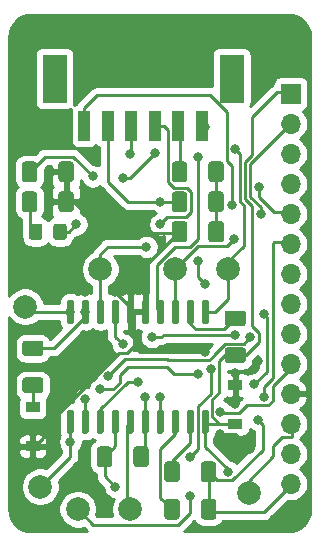
<source format=gbr>
%TF.GenerationSoftware,KiCad,Pcbnew,5.1.10*%
%TF.CreationDate,2021-09-14T17:25:50+02:00*%
%TF.ProjectId,BTS-MainBoard-Control,4254532d-4d61-4696-9e42-6f6172642d43,rev?*%
%TF.SameCoordinates,Original*%
%TF.FileFunction,Copper,L1,Top*%
%TF.FilePolarity,Positive*%
%FSLAX46Y46*%
G04 Gerber Fmt 4.6, Leading zero omitted, Abs format (unit mm)*
G04 Created by KiCad (PCBNEW 5.1.10) date 2021-09-14 17:25:50*
%MOMM*%
%LPD*%
G01*
G04 APERTURE LIST*
%TA.AperFunction,EtchedComponent*%
%ADD10C,0.100000*%
%TD*%
%TA.AperFunction,ComponentPad*%
%ADD11O,1.700000X1.700000*%
%TD*%
%TA.AperFunction,ComponentPad*%
%ADD12R,1.700000X1.700000*%
%TD*%
%TA.AperFunction,SMDPad,CuDef*%
%ADD13R,1.000000X2.500000*%
%TD*%
%TA.AperFunction,SMDPad,CuDef*%
%ADD14R,1.750000X3.450000*%
%TD*%
%TA.AperFunction,SMDPad,CuDef*%
%ADD15C,2.000000*%
%TD*%
%TA.AperFunction,SMDPad,CuDef*%
%ADD16R,1.200000X0.900000*%
%TD*%
%TA.AperFunction,ViaPad*%
%ADD17C,0.800000*%
%TD*%
%TA.AperFunction,Conductor*%
%ADD18C,0.250000*%
%TD*%
%TA.AperFunction,Conductor*%
%ADD19C,0.254000*%
%TD*%
%TA.AperFunction,Conductor*%
%ADD20C,0.100000*%
%TD*%
G04 APERTURE END LIST*
D10*
%TO.C,J3*%
G36*
X80605000Y-40910000D02*
G01*
X82605000Y-40910000D01*
X82605000Y-44910000D01*
X80605000Y-44910000D01*
X80605000Y-40910000D01*
G37*
X80605000Y-40910000D02*
X82605000Y-40910000D01*
X82605000Y-44910000D01*
X80605000Y-44910000D01*
X80605000Y-40910000D01*
G36*
X65605000Y-40910000D02*
G01*
X67605000Y-40910000D01*
X67605000Y-44910000D01*
X65605000Y-44910000D01*
X65605000Y-40910000D01*
G37*
X65605000Y-40910000D02*
X67605000Y-40910000D01*
X67605000Y-44910000D01*
X65605000Y-44910000D01*
X65605000Y-40910000D01*
%TD*%
D11*
%TO.P,J4,14*%
%TO.N,GND*%
X86614000Y-77216000D03*
%TO.P,J4,13*%
%TO.N,/FanDrive*%
X86614000Y-74676000D03*
%TO.P,J4,12*%
%TO.N,/VSense*%
X86614000Y-72136000D03*
%TO.P,J4,11*%
%TO.N,+12V*%
X86614000Y-69596000D03*
%TO.P,J4,10*%
%TO.N,/BHS*%
X86614000Y-67056000D03*
%TO.P,J4,9*%
%TO.N,/BLS*%
X86614000Y-64516000D03*
%TO.P,J4,8*%
%TO.N,/BLO*%
X86614000Y-61976000D03*
%TO.P,J4,7*%
%TO.N,/BHO*%
X86614000Y-59436000D03*
%TO.P,J4,6*%
%TO.N,/BHB*%
X86614000Y-56896000D03*
%TO.P,J4,5*%
%TO.N,/ALS*%
X86614000Y-54356000D03*
%TO.P,J4,4*%
%TO.N,/ALO*%
X86614000Y-51816000D03*
%TO.P,J4,3*%
%TO.N,/AHO*%
X86614000Y-49276000D03*
%TO.P,J4,2*%
%TO.N,/AHS*%
X86614000Y-46736000D03*
D12*
%TO.P,J4,1*%
%TO.N,/AHB*%
X86614000Y-44196000D03*
%TD*%
D13*
%TO.P,J3,6*%
%TO.N,/VSense*%
X69105000Y-46910000D03*
%TO.P,J3,5*%
%TO.N,/IN-*%
X71105000Y-46910000D03*
%TO.P,J3,4*%
%TO.N,/IN+*%
X73105000Y-46910000D03*
%TO.P,J3,3*%
%TO.N,/Fan_trigger*%
X75105000Y-46910000D03*
%TO.P,J3,2*%
%TO.N,/Disable*%
X77105000Y-46910000D03*
%TO.P,J3,1*%
%TO.N,/HEN*%
X79105000Y-46910000D03*
D14*
%TO.P,J3,7*%
%TO.N,N/C*%
X81605000Y-42910000D03*
X66605000Y-42910000D03*
%TD*%
%TO.P,U1,20*%
%TO.N,/BHO*%
%TA.AperFunction,SMDPad,CuDef*%
G36*
G01*
X68095000Y-63685000D02*
X67795000Y-63685000D01*
G75*
G02*
X67645000Y-63535000I0J150000D01*
G01*
X67645000Y-61785000D01*
G75*
G02*
X67795000Y-61635000I150000J0D01*
G01*
X68095000Y-61635000D01*
G75*
G02*
X68245000Y-61785000I0J-150000D01*
G01*
X68245000Y-63535000D01*
G75*
G02*
X68095000Y-63685000I-150000J0D01*
G01*
G37*
%TD.AperFunction*%
%TO.P,U1,19*%
%TO.N,/BHS*%
%TA.AperFunction,SMDPad,CuDef*%
G36*
G01*
X69365000Y-63685000D02*
X69065000Y-63685000D01*
G75*
G02*
X68915000Y-63535000I0J150000D01*
G01*
X68915000Y-61785000D01*
G75*
G02*
X69065000Y-61635000I150000J0D01*
G01*
X69365000Y-61635000D01*
G75*
G02*
X69515000Y-61785000I0J-150000D01*
G01*
X69515000Y-63535000D01*
G75*
G02*
X69365000Y-63685000I-150000J0D01*
G01*
G37*
%TD.AperFunction*%
%TO.P,U1,18*%
%TO.N,/BLO*%
%TA.AperFunction,SMDPad,CuDef*%
G36*
G01*
X70635000Y-63685000D02*
X70335000Y-63685000D01*
G75*
G02*
X70185000Y-63535000I0J150000D01*
G01*
X70185000Y-61785000D01*
G75*
G02*
X70335000Y-61635000I150000J0D01*
G01*
X70635000Y-61635000D01*
G75*
G02*
X70785000Y-61785000I0J-150000D01*
G01*
X70785000Y-63535000D01*
G75*
G02*
X70635000Y-63685000I-150000J0D01*
G01*
G37*
%TD.AperFunction*%
%TO.P,U1,17*%
%TO.N,/BLS*%
%TA.AperFunction,SMDPad,CuDef*%
G36*
G01*
X71905000Y-63685000D02*
X71605000Y-63685000D01*
G75*
G02*
X71455000Y-63535000I0J150000D01*
G01*
X71455000Y-61785000D01*
G75*
G02*
X71605000Y-61635000I150000J0D01*
G01*
X71905000Y-61635000D01*
G75*
G02*
X72055000Y-61785000I0J-150000D01*
G01*
X72055000Y-63535000D01*
G75*
G02*
X71905000Y-63685000I-150000J0D01*
G01*
G37*
%TD.AperFunction*%
%TO.P,U1,16*%
%TO.N,+12V*%
%TA.AperFunction,SMDPad,CuDef*%
G36*
G01*
X73175000Y-63685000D02*
X72875000Y-63685000D01*
G75*
G02*
X72725000Y-63535000I0J150000D01*
G01*
X72725000Y-61785000D01*
G75*
G02*
X72875000Y-61635000I150000J0D01*
G01*
X73175000Y-61635000D01*
G75*
G02*
X73325000Y-61785000I0J-150000D01*
G01*
X73325000Y-63535000D01*
G75*
G02*
X73175000Y-63685000I-150000J0D01*
G01*
G37*
%TD.AperFunction*%
%TO.P,U1,15*%
%TA.AperFunction,SMDPad,CuDef*%
G36*
G01*
X74445000Y-63685000D02*
X74145000Y-63685000D01*
G75*
G02*
X73995000Y-63535000I0J150000D01*
G01*
X73995000Y-61785000D01*
G75*
G02*
X74145000Y-61635000I150000J0D01*
G01*
X74445000Y-61635000D01*
G75*
G02*
X74595000Y-61785000I0J-150000D01*
G01*
X74595000Y-63535000D01*
G75*
G02*
X74445000Y-63685000I-150000J0D01*
G01*
G37*
%TD.AperFunction*%
%TO.P,U1,14*%
%TO.N,/ALS*%
%TA.AperFunction,SMDPad,CuDef*%
G36*
G01*
X75715000Y-63685000D02*
X75415000Y-63685000D01*
G75*
G02*
X75265000Y-63535000I0J150000D01*
G01*
X75265000Y-61785000D01*
G75*
G02*
X75415000Y-61635000I150000J0D01*
G01*
X75715000Y-61635000D01*
G75*
G02*
X75865000Y-61785000I0J-150000D01*
G01*
X75865000Y-63535000D01*
G75*
G02*
X75715000Y-63685000I-150000J0D01*
G01*
G37*
%TD.AperFunction*%
%TO.P,U1,13*%
%TO.N,/ALO*%
%TA.AperFunction,SMDPad,CuDef*%
G36*
G01*
X76985000Y-63685000D02*
X76685000Y-63685000D01*
G75*
G02*
X76535000Y-63535000I0J150000D01*
G01*
X76535000Y-61785000D01*
G75*
G02*
X76685000Y-61635000I150000J0D01*
G01*
X76985000Y-61635000D01*
G75*
G02*
X77135000Y-61785000I0J-150000D01*
G01*
X77135000Y-63535000D01*
G75*
G02*
X76985000Y-63685000I-150000J0D01*
G01*
G37*
%TD.AperFunction*%
%TO.P,U1,12*%
%TO.N,/AHS*%
%TA.AperFunction,SMDPad,CuDef*%
G36*
G01*
X78255000Y-63685000D02*
X77955000Y-63685000D01*
G75*
G02*
X77805000Y-63535000I0J150000D01*
G01*
X77805000Y-61785000D01*
G75*
G02*
X77955000Y-61635000I150000J0D01*
G01*
X78255000Y-61635000D01*
G75*
G02*
X78405000Y-61785000I0J-150000D01*
G01*
X78405000Y-63535000D01*
G75*
G02*
X78255000Y-63685000I-150000J0D01*
G01*
G37*
%TD.AperFunction*%
%TO.P,U1,11*%
%TO.N,/AHO*%
%TA.AperFunction,SMDPad,CuDef*%
G36*
G01*
X79525000Y-63685000D02*
X79225000Y-63685000D01*
G75*
G02*
X79075000Y-63535000I0J150000D01*
G01*
X79075000Y-61785000D01*
G75*
G02*
X79225000Y-61635000I150000J0D01*
G01*
X79525000Y-61635000D01*
G75*
G02*
X79675000Y-61785000I0J-150000D01*
G01*
X79675000Y-63535000D01*
G75*
G02*
X79525000Y-63685000I-150000J0D01*
G01*
G37*
%TD.AperFunction*%
%TO.P,U1,10*%
%TO.N,/AHB*%
%TA.AperFunction,SMDPad,CuDef*%
G36*
G01*
X79525000Y-72985000D02*
X79225000Y-72985000D01*
G75*
G02*
X79075000Y-72835000I0J150000D01*
G01*
X79075000Y-71085000D01*
G75*
G02*
X79225000Y-70935000I150000J0D01*
G01*
X79525000Y-70935000D01*
G75*
G02*
X79675000Y-71085000I0J-150000D01*
G01*
X79675000Y-72835000D01*
G75*
G02*
X79525000Y-72985000I-150000J0D01*
G01*
G37*
%TD.AperFunction*%
%TO.P,U1,9*%
%TO.N,Net-(R6-Pad1)*%
%TA.AperFunction,SMDPad,CuDef*%
G36*
G01*
X78255000Y-72985000D02*
X77955000Y-72985000D01*
G75*
G02*
X77805000Y-72835000I0J150000D01*
G01*
X77805000Y-71085000D01*
G75*
G02*
X77955000Y-70935000I150000J0D01*
G01*
X78255000Y-70935000D01*
G75*
G02*
X78405000Y-71085000I0J-150000D01*
G01*
X78405000Y-72835000D01*
G75*
G02*
X78255000Y-72985000I-150000J0D01*
G01*
G37*
%TD.AperFunction*%
%TO.P,U1,8*%
%TO.N,Net-(R5-Pad1)*%
%TA.AperFunction,SMDPad,CuDef*%
G36*
G01*
X76985000Y-72985000D02*
X76685000Y-72985000D01*
G75*
G02*
X76535000Y-72835000I0J150000D01*
G01*
X76535000Y-71085000D01*
G75*
G02*
X76685000Y-70935000I150000J0D01*
G01*
X76985000Y-70935000D01*
G75*
G02*
X77135000Y-71085000I0J-150000D01*
G01*
X77135000Y-72835000D01*
G75*
G02*
X76985000Y-72985000I-150000J0D01*
G01*
G37*
%TD.AperFunction*%
%TO.P,U1,7*%
%TO.N,/IN-*%
%TA.AperFunction,SMDPad,CuDef*%
G36*
G01*
X75715000Y-72985000D02*
X75415000Y-72985000D01*
G75*
G02*
X75265000Y-72835000I0J150000D01*
G01*
X75265000Y-71085000D01*
G75*
G02*
X75415000Y-70935000I150000J0D01*
G01*
X75715000Y-70935000D01*
G75*
G02*
X75865000Y-71085000I0J-150000D01*
G01*
X75865000Y-72835000D01*
G75*
G02*
X75715000Y-72985000I-150000J0D01*
G01*
G37*
%TD.AperFunction*%
%TO.P,U1,6*%
%TO.N,/IN+*%
%TA.AperFunction,SMDPad,CuDef*%
G36*
G01*
X74445000Y-72985000D02*
X74145000Y-72985000D01*
G75*
G02*
X73995000Y-72835000I0J150000D01*
G01*
X73995000Y-71085000D01*
G75*
G02*
X74145000Y-70935000I150000J0D01*
G01*
X74445000Y-70935000D01*
G75*
G02*
X74595000Y-71085000I0J-150000D01*
G01*
X74595000Y-72835000D01*
G75*
G02*
X74445000Y-72985000I-150000J0D01*
G01*
G37*
%TD.AperFunction*%
%TO.P,U1,5*%
%TO.N,/OUT*%
%TA.AperFunction,SMDPad,CuDef*%
G36*
G01*
X73175000Y-72985000D02*
X72875000Y-72985000D01*
G75*
G02*
X72725000Y-72835000I0J150000D01*
G01*
X72725000Y-71085000D01*
G75*
G02*
X72875000Y-70935000I150000J0D01*
G01*
X73175000Y-70935000D01*
G75*
G02*
X73325000Y-71085000I0J-150000D01*
G01*
X73325000Y-72835000D01*
G75*
G02*
X73175000Y-72985000I-150000J0D01*
G01*
G37*
%TD.AperFunction*%
%TO.P,U1,4*%
%TO.N,GND*%
%TA.AperFunction,SMDPad,CuDef*%
G36*
G01*
X71905000Y-72985000D02*
X71605000Y-72985000D01*
G75*
G02*
X71455000Y-72835000I0J150000D01*
G01*
X71455000Y-71085000D01*
G75*
G02*
X71605000Y-70935000I150000J0D01*
G01*
X71905000Y-70935000D01*
G75*
G02*
X72055000Y-71085000I0J-150000D01*
G01*
X72055000Y-72835000D01*
G75*
G02*
X71905000Y-72985000I-150000J0D01*
G01*
G37*
%TD.AperFunction*%
%TO.P,U1,3*%
%TO.N,/Disable*%
%TA.AperFunction,SMDPad,CuDef*%
G36*
G01*
X70635000Y-72985000D02*
X70335000Y-72985000D01*
G75*
G02*
X70185000Y-72835000I0J150000D01*
G01*
X70185000Y-71085000D01*
G75*
G02*
X70335000Y-70935000I150000J0D01*
G01*
X70635000Y-70935000D01*
G75*
G02*
X70785000Y-71085000I0J-150000D01*
G01*
X70785000Y-72835000D01*
G75*
G02*
X70635000Y-72985000I-150000J0D01*
G01*
G37*
%TD.AperFunction*%
%TO.P,U1,2*%
%TO.N,/HEN*%
%TA.AperFunction,SMDPad,CuDef*%
G36*
G01*
X69365000Y-72985000D02*
X69065000Y-72985000D01*
G75*
G02*
X68915000Y-72835000I0J150000D01*
G01*
X68915000Y-71085000D01*
G75*
G02*
X69065000Y-70935000I150000J0D01*
G01*
X69365000Y-70935000D01*
G75*
G02*
X69515000Y-71085000I0J-150000D01*
G01*
X69515000Y-72835000D01*
G75*
G02*
X69365000Y-72985000I-150000J0D01*
G01*
G37*
%TD.AperFunction*%
%TO.P,U1,1*%
%TO.N,/BHB*%
%TA.AperFunction,SMDPad,CuDef*%
G36*
G01*
X68095000Y-72985000D02*
X67795000Y-72985000D01*
G75*
G02*
X67645000Y-72835000I0J150000D01*
G01*
X67645000Y-71085000D01*
G75*
G02*
X67795000Y-70935000I150000J0D01*
G01*
X68095000Y-70935000D01*
G75*
G02*
X68245000Y-71085000I0J-150000D01*
G01*
X68245000Y-72835000D01*
G75*
G02*
X68095000Y-72985000I-150000J0D01*
G01*
G37*
%TD.AperFunction*%
%TD*%
D15*
%TO.P,TP8,1*%
%TO.N,/OUT*%
X73025000Y-79375000D03*
%TD*%
%TO.P,TP7,1*%
%TO.N,/VSense*%
X83058000Y-77978000D03*
%TD*%
%TO.P,TP6,1*%
%TO.N,/BHB*%
X65405000Y-77470000D03*
%TD*%
%TO.P,TP5,1*%
%TO.N,/AHB*%
X68580000Y-79375000D03*
%TD*%
%TO.P,TP4,1*%
%TO.N,/AHO*%
X81280000Y-59055000D03*
%TD*%
%TO.P,TP3,1*%
%TO.N,/ALO*%
X76835000Y-59055000D03*
%TD*%
%TO.P,TP2,1*%
%TO.N,/BLO*%
X70485000Y-59055000D03*
%TD*%
%TO.P,TP1,1*%
%TO.N,/BHO*%
X64135000Y-62230000D03*
%TD*%
%TO.P,R7,2*%
%TO.N,Net-(D3-Pad2)*%
%TA.AperFunction,SMDPad,CuDef*%
G36*
G01*
X65140000Y-52714999D02*
X65140000Y-53965001D01*
G75*
G02*
X64890001Y-54215000I-249999J0D01*
G01*
X64089999Y-54215000D01*
G75*
G02*
X63840000Y-53965001I0J249999D01*
G01*
X63840000Y-52714999D01*
G75*
G02*
X64089999Y-52465000I249999J0D01*
G01*
X64890001Y-52465000D01*
G75*
G02*
X65140000Y-52714999I0J-249999D01*
G01*
G37*
%TD.AperFunction*%
%TO.P,R7,1*%
%TO.N,+12V*%
%TA.AperFunction,SMDPad,CuDef*%
G36*
G01*
X68240000Y-52714999D02*
X68240000Y-53965001D01*
G75*
G02*
X67990001Y-54215000I-249999J0D01*
G01*
X67189999Y-54215000D01*
G75*
G02*
X66940000Y-53965001I0J249999D01*
G01*
X66940000Y-52714999D01*
G75*
G02*
X67189999Y-52465000I249999J0D01*
G01*
X67990001Y-52465000D01*
G75*
G02*
X68240000Y-52714999I0J-249999D01*
G01*
G37*
%TD.AperFunction*%
%TD*%
%TO.P,R6,2*%
%TO.N,GND*%
%TA.AperFunction,SMDPad,CuDef*%
G36*
G01*
X79005000Y-76825001D02*
X79005000Y-75574999D01*
G75*
G02*
X79254999Y-75325000I249999J0D01*
G01*
X80055001Y-75325000D01*
G75*
G02*
X80305000Y-75574999I0J-249999D01*
G01*
X80305000Y-76825001D01*
G75*
G02*
X80055001Y-77075000I-249999J0D01*
G01*
X79254999Y-77075000D01*
G75*
G02*
X79005000Y-76825001I0J249999D01*
G01*
G37*
%TD.AperFunction*%
%TO.P,R6,1*%
%TO.N,Net-(R6-Pad1)*%
%TA.AperFunction,SMDPad,CuDef*%
G36*
G01*
X75905000Y-76825001D02*
X75905000Y-75574999D01*
G75*
G02*
X76154999Y-75325000I249999J0D01*
G01*
X76955001Y-75325000D01*
G75*
G02*
X77205000Y-75574999I0J-249999D01*
G01*
X77205000Y-76825001D01*
G75*
G02*
X76955001Y-77075000I-249999J0D01*
G01*
X76154999Y-77075000D01*
G75*
G02*
X75905000Y-76825001I0J249999D01*
G01*
G37*
%TD.AperFunction*%
%TD*%
%TO.P,R5,2*%
%TO.N,GND*%
%TA.AperFunction,SMDPad,CuDef*%
G36*
G01*
X79005000Y-80000001D02*
X79005000Y-78749999D01*
G75*
G02*
X79254999Y-78500000I249999J0D01*
G01*
X80055001Y-78500000D01*
G75*
G02*
X80305000Y-78749999I0J-249999D01*
G01*
X80305000Y-80000001D01*
G75*
G02*
X80055001Y-80250000I-249999J0D01*
G01*
X79254999Y-80250000D01*
G75*
G02*
X79005000Y-80000001I0J249999D01*
G01*
G37*
%TD.AperFunction*%
%TO.P,R5,1*%
%TO.N,Net-(R5-Pad1)*%
%TA.AperFunction,SMDPad,CuDef*%
G36*
G01*
X75905000Y-80000001D02*
X75905000Y-78749999D01*
G75*
G02*
X76154999Y-78500000I249999J0D01*
G01*
X76955001Y-78500000D01*
G75*
G02*
X77205000Y-78749999I0J-249999D01*
G01*
X77205000Y-80000001D01*
G75*
G02*
X76955001Y-80250000I-249999J0D01*
G01*
X76154999Y-80250000D01*
G75*
G02*
X75905000Y-80000001I0J249999D01*
G01*
G37*
%TD.AperFunction*%
%TD*%
%TO.P,R4,2*%
%TO.N,GND*%
%TA.AperFunction,SMDPad,CuDef*%
G36*
G01*
X79640000Y-51425001D02*
X79640000Y-50174999D01*
G75*
G02*
X79889999Y-49925000I249999J0D01*
G01*
X80690001Y-49925000D01*
G75*
G02*
X80940000Y-50174999I0J-249999D01*
G01*
X80940000Y-51425001D01*
G75*
G02*
X80690001Y-51675000I-249999J0D01*
G01*
X79889999Y-51675000D01*
G75*
G02*
X79640000Y-51425001I0J249999D01*
G01*
G37*
%TD.AperFunction*%
%TO.P,R4,1*%
%TO.N,/Disable*%
%TA.AperFunction,SMDPad,CuDef*%
G36*
G01*
X76540000Y-51425001D02*
X76540000Y-50174999D01*
G75*
G02*
X76789999Y-49925000I249999J0D01*
G01*
X77590001Y-49925000D01*
G75*
G02*
X77840000Y-50174999I0J-249999D01*
G01*
X77840000Y-51425001D01*
G75*
G02*
X77590001Y-51675000I-249999J0D01*
G01*
X76789999Y-51675000D01*
G75*
G02*
X76540000Y-51425001I0J249999D01*
G01*
G37*
%TD.AperFunction*%
%TD*%
%TO.P,R3,2*%
%TO.N,/HEN*%
%TA.AperFunction,SMDPad,CuDef*%
G36*
G01*
X65140000Y-50174999D02*
X65140000Y-51425001D01*
G75*
G02*
X64890001Y-51675000I-249999J0D01*
G01*
X64089999Y-51675000D01*
G75*
G02*
X63840000Y-51425001I0J249999D01*
G01*
X63840000Y-50174999D01*
G75*
G02*
X64089999Y-49925000I249999J0D01*
G01*
X64890001Y-49925000D01*
G75*
G02*
X65140000Y-50174999I0J-249999D01*
G01*
G37*
%TD.AperFunction*%
%TO.P,R3,1*%
%TO.N,+12V*%
%TA.AperFunction,SMDPad,CuDef*%
G36*
G01*
X68240000Y-50174999D02*
X68240000Y-51425001D01*
G75*
G02*
X67990001Y-51675000I-249999J0D01*
G01*
X67189999Y-51675000D01*
G75*
G02*
X66940000Y-51425001I0J249999D01*
G01*
X66940000Y-50174999D01*
G75*
G02*
X67189999Y-49925000I249999J0D01*
G01*
X67990001Y-49925000D01*
G75*
G02*
X68240000Y-50174999I0J-249999D01*
G01*
G37*
%TD.AperFunction*%
%TD*%
%TO.P,R2,2*%
%TO.N,GND*%
%TA.AperFunction,SMDPad,CuDef*%
G36*
G01*
X79640000Y-53965001D02*
X79640000Y-52714999D01*
G75*
G02*
X79889999Y-52465000I249999J0D01*
G01*
X80690001Y-52465000D01*
G75*
G02*
X80940000Y-52714999I0J-249999D01*
G01*
X80940000Y-53965001D01*
G75*
G02*
X80690001Y-54215000I-249999J0D01*
G01*
X79889999Y-54215000D01*
G75*
G02*
X79640000Y-53965001I0J249999D01*
G01*
G37*
%TD.AperFunction*%
%TO.P,R2,1*%
%TO.N,/IN-*%
%TA.AperFunction,SMDPad,CuDef*%
G36*
G01*
X76540000Y-53965001D02*
X76540000Y-52714999D01*
G75*
G02*
X76789999Y-52465000I249999J0D01*
G01*
X77590001Y-52465000D01*
G75*
G02*
X77840000Y-52714999I0J-249999D01*
G01*
X77840000Y-53965001D01*
G75*
G02*
X77590001Y-54215000I-249999J0D01*
G01*
X76789999Y-54215000D01*
G75*
G02*
X76540000Y-53965001I0J249999D01*
G01*
G37*
%TD.AperFunction*%
%TD*%
%TO.P,R1,2*%
%TO.N,GND*%
%TA.AperFunction,SMDPad,CuDef*%
G36*
G01*
X71490000Y-74304999D02*
X71490000Y-75555001D01*
G75*
G02*
X71240001Y-75805000I-249999J0D01*
G01*
X70439999Y-75805000D01*
G75*
G02*
X70190000Y-75555001I0J249999D01*
G01*
X70190000Y-74304999D01*
G75*
G02*
X70439999Y-74055000I249999J0D01*
G01*
X71240001Y-74055000D01*
G75*
G02*
X71490000Y-74304999I0J-249999D01*
G01*
G37*
%TD.AperFunction*%
%TO.P,R1,1*%
%TO.N,/IN+*%
%TA.AperFunction,SMDPad,CuDef*%
G36*
G01*
X74590000Y-74304999D02*
X74590000Y-75555001D01*
G75*
G02*
X74340001Y-75805000I-249999J0D01*
G01*
X73539999Y-75805000D01*
G75*
G02*
X73290000Y-75555001I0J249999D01*
G01*
X73290000Y-74304999D01*
G75*
G02*
X73539999Y-74055000I249999J0D01*
G01*
X74340001Y-74055000D01*
G75*
G02*
X74590000Y-74304999I0J-249999D01*
G01*
G37*
%TD.AperFunction*%
%TD*%
%TO.P,D3,2*%
%TO.N,Net-(D3-Pad2)*%
%TA.AperFunction,SMDPad,CuDef*%
G36*
G01*
X65590000Y-55429999D02*
X65590000Y-56330001D01*
G75*
G02*
X65340001Y-56580000I-249999J0D01*
G01*
X64689999Y-56580000D01*
G75*
G02*
X64440000Y-56330001I0J249999D01*
G01*
X64440000Y-55429999D01*
G75*
G02*
X64689999Y-55180000I249999J0D01*
G01*
X65340001Y-55180000D01*
G75*
G02*
X65590000Y-55429999I0J-249999D01*
G01*
G37*
%TD.AperFunction*%
%TO.P,D3,1*%
%TO.N,GND*%
%TA.AperFunction,SMDPad,CuDef*%
G36*
G01*
X67640000Y-55429999D02*
X67640000Y-56330001D01*
G75*
G02*
X67390001Y-56580000I-249999J0D01*
G01*
X66739999Y-56580000D01*
G75*
G02*
X66490000Y-56330001I0J249999D01*
G01*
X66490000Y-55429999D01*
G75*
G02*
X66739999Y-55180000I249999J0D01*
G01*
X67390001Y-55180000D01*
G75*
G02*
X67640000Y-55429999I0J-249999D01*
G01*
G37*
%TD.AperFunction*%
%TD*%
D16*
%TO.P,D2,2*%
%TO.N,+12V*%
X64770000Y-74040000D03*
%TO.P,D2,1*%
%TO.N,/BHB*%
X64770000Y-70740000D03*
%TD*%
%TO.P,D1,2*%
%TO.N,+12V*%
X81915000Y-68835000D03*
%TO.P,D1,1*%
%TO.N,/AHB*%
X81915000Y-72135000D03*
%TD*%
%TO.P,C8,2*%
%TO.N,/AHS*%
%TA.AperFunction,SMDPad,CuDef*%
G36*
G01*
X82565003Y-63870000D02*
X81264997Y-63870000D01*
G75*
G02*
X81015000Y-63620003I0J249997D01*
G01*
X81015000Y-62794997D01*
G75*
G02*
X81264997Y-62545000I249997J0D01*
G01*
X82565003Y-62545000D01*
G75*
G02*
X82815000Y-62794997I0J-249997D01*
G01*
X82815000Y-63620003D01*
G75*
G02*
X82565003Y-63870000I-249997J0D01*
G01*
G37*
%TD.AperFunction*%
%TO.P,C8,1*%
%TO.N,/AHB*%
%TA.AperFunction,SMDPad,CuDef*%
G36*
G01*
X82565003Y-66995000D02*
X81264997Y-66995000D01*
G75*
G02*
X81015000Y-66745003I0J249997D01*
G01*
X81015000Y-65919997D01*
G75*
G02*
X81264997Y-65670000I249997J0D01*
G01*
X82565003Y-65670000D01*
G75*
G02*
X82815000Y-65919997I0J-249997D01*
G01*
X82815000Y-66745003D01*
G75*
G02*
X82565003Y-66995000I-249997J0D01*
G01*
G37*
%TD.AperFunction*%
%TD*%
%TO.P,C7,2*%
%TO.N,/BHS*%
%TA.AperFunction,SMDPad,CuDef*%
G36*
G01*
X65420003Y-66410000D02*
X64119997Y-66410000D01*
G75*
G02*
X63870000Y-66160003I0J249997D01*
G01*
X63870000Y-65334997D01*
G75*
G02*
X64119997Y-65085000I249997J0D01*
G01*
X65420003Y-65085000D01*
G75*
G02*
X65670000Y-65334997I0J-249997D01*
G01*
X65670000Y-66160003D01*
G75*
G02*
X65420003Y-66410000I-249997J0D01*
G01*
G37*
%TD.AperFunction*%
%TO.P,C7,1*%
%TO.N,/BHB*%
%TA.AperFunction,SMDPad,CuDef*%
G36*
G01*
X65420003Y-69535000D02*
X64119997Y-69535000D01*
G75*
G02*
X63870000Y-69285003I0J249997D01*
G01*
X63870000Y-68459997D01*
G75*
G02*
X64119997Y-68210000I249997J0D01*
G01*
X65420003Y-68210000D01*
G75*
G02*
X65670000Y-68459997I0J-249997D01*
G01*
X65670000Y-69285003D01*
G75*
G02*
X65420003Y-69535000I-249997J0D01*
G01*
G37*
%TD.AperFunction*%
%TD*%
%TO.P,C6,2*%
%TO.N,GND*%
%TA.AperFunction,SMDPad,CuDef*%
G36*
G01*
X79640000Y-56530003D02*
X79640000Y-55229997D01*
G75*
G02*
X79889997Y-54980000I249997J0D01*
G01*
X80715003Y-54980000D01*
G75*
G02*
X80965000Y-55229997I0J-249997D01*
G01*
X80965000Y-56530003D01*
G75*
G02*
X80715003Y-56780000I-249997J0D01*
G01*
X79889997Y-56780000D01*
G75*
G02*
X79640000Y-56530003I0J249997D01*
G01*
G37*
%TD.AperFunction*%
%TO.P,C6,1*%
%TO.N,+12V*%
%TA.AperFunction,SMDPad,CuDef*%
G36*
G01*
X76515000Y-56530003D02*
X76515000Y-55229997D01*
G75*
G02*
X76764997Y-54980000I249997J0D01*
G01*
X77590003Y-54980000D01*
G75*
G02*
X77840000Y-55229997I0J-249997D01*
G01*
X77840000Y-56530003D01*
G75*
G02*
X77590003Y-56780000I-249997J0D01*
G01*
X76764997Y-56780000D01*
G75*
G02*
X76515000Y-56530003I0J249997D01*
G01*
G37*
%TD.AperFunction*%
%TD*%
D17*
%TO.N,GND*%
X71755000Y-77470000D03*
X80302516Y-55880000D03*
X83835602Y-71813139D03*
X75105000Y-49217270D03*
X80290000Y-50800000D03*
X68453000Y-55245000D03*
X72390000Y-51308000D03*
X79570160Y-76395160D03*
%TO.N,+12V*%
X80645000Y-73025000D03*
X83185000Y-74295006D03*
X81915000Y-70485000D03*
X81915000Y-67855740D03*
X64045000Y-59055000D03*
X69215000Y-60960000D03*
X71755000Y-60960000D03*
X83820000Y-66802000D03*
X79375000Y-66040000D03*
%TO.N,/BHS*%
X69215000Y-62660010D03*
X80627093Y-71120000D03*
%TO.N,/BHB*%
X64770000Y-68872500D03*
X67945000Y-73660000D03*
X84384965Y-69849992D03*
%TO.N,/AHS*%
X81915000Y-63207500D03*
X84059835Y-54370165D03*
%TO.N,/AHB*%
X81280000Y-76200000D03*
X78105585Y-78285012D03*
%TO.N,/VSense*%
X81614581Y-53578504D03*
%TO.N,/IN-*%
X75565000Y-69850000D03*
X75565000Y-53340000D03*
%TO.N,/IN+*%
X74295000Y-69850000D03*
X73025000Y-49275998D03*
%TO.N,/Disable*%
X77190000Y-50800000D03*
X73660000Y-68580000D03*
%TO.N,/HEN*%
X79375000Y-46990000D03*
X69195469Y-70017914D03*
X69850000Y-51180998D03*
%TO.N,/BLS*%
X83185010Y-64770000D03*
X71170908Y-68098355D03*
X72389998Y-65405000D03*
%TO.N,/BLO*%
X81915000Y-64619990D03*
X74840000Y-64770000D03*
X74385000Y-57150000D03*
%TO.N,/BHO*%
X67945000Y-62660000D03*
X84384959Y-62865000D03*
X78740000Y-67945000D03*
X70485000Y-69215000D03*
X83516340Y-68793660D03*
%TO.N,/ALS*%
X78740000Y-49530000D03*
X83910000Y-52070000D03*
%TO.N,/ALO*%
X81825000Y-56515000D03*
%TO.N,/AHO*%
X81915000Y-48895000D03*
%TO.N,/Fan_trigger*%
X75565000Y-55245000D03*
X78740000Y-58330000D03*
X79375000Y-60325000D03*
%TO.N,/FanDrive*%
X79827901Y-67486612D03*
X78105000Y-74930000D03*
%TD*%
D18*
%TO.N,GND*%
X71755000Y-74015000D02*
X71755000Y-71960000D01*
X70840000Y-74930000D02*
X71755000Y-74015000D01*
X80290000Y-55867500D02*
X80302500Y-55880000D01*
X80290000Y-50800000D02*
X80290000Y-55867500D01*
X70840000Y-76555000D02*
X71755000Y-77470000D01*
X70840000Y-74930000D02*
X70840000Y-76555000D01*
X79655000Y-76200000D02*
X79655000Y-79375000D01*
X80302500Y-55880000D02*
X80302516Y-55880000D01*
X84106860Y-71813139D02*
X83835602Y-71813139D01*
X67065000Y-55880000D02*
X67818000Y-55880000D01*
X67818000Y-55880000D02*
X68453000Y-55245000D01*
X73014270Y-51308000D02*
X72390000Y-51308000D01*
X75105000Y-49217270D02*
X73014270Y-51308000D01*
X79909000Y-79629000D02*
X79655000Y-79375000D01*
X84328000Y-79629000D02*
X79909000Y-79629000D01*
X86684999Y-77272001D02*
X84328000Y-79629000D01*
X86684999Y-77105000D02*
X86684999Y-77272001D01*
X79655000Y-76200000D02*
X80380001Y-76925001D01*
X84235601Y-74317401D02*
X84235601Y-72213138D01*
X81628001Y-76925001D02*
X84235601Y-74317401D01*
X80380001Y-76925001D02*
X81628001Y-76925001D01*
X84235601Y-72213138D02*
X83835602Y-71813139D01*
X79570160Y-76284840D02*
X79570160Y-76395160D01*
X79655000Y-76200000D02*
X79570160Y-76284840D01*
%TO.N,+12V*%
X86684999Y-69485000D02*
X86434999Y-69485000D01*
X67590000Y-50800000D02*
X67590000Y-53340000D01*
X74295000Y-58762500D02*
X74295000Y-62660000D01*
X77177500Y-55880000D02*
X74295000Y-58762500D01*
X73025000Y-62660000D02*
X74295000Y-62660000D01*
X64920000Y-74040000D02*
X64770000Y-74040000D01*
X72030530Y-66130002D02*
X65620000Y-72540532D01*
X73325000Y-65543006D02*
X72738004Y-66130002D01*
X73325000Y-62960000D02*
X73325000Y-65543006D01*
X65620000Y-72540532D02*
X65620000Y-73340000D01*
X72738004Y-66130002D02*
X72030530Y-66130002D01*
X65620000Y-73340000D02*
X64920000Y-74040000D01*
X73025000Y-62660000D02*
X73325000Y-62960000D01*
X81914994Y-73025000D02*
X83185000Y-74295006D01*
X80645000Y-73025000D02*
X81914994Y-73025000D01*
X81915000Y-68835000D02*
X81915000Y-70485000D01*
X81915000Y-68835000D02*
X81915000Y-67855740D01*
X67310000Y-59055000D02*
X69215000Y-60960000D01*
X64045000Y-59055000D02*
X67310000Y-59055000D01*
X73025000Y-62230000D02*
X73025000Y-62660000D01*
X71755000Y-60960000D02*
X73025000Y-62230000D01*
X83820000Y-66802000D02*
X83820000Y-67056000D01*
X67590000Y-53340000D02*
X68240000Y-53340000D01*
X77087498Y-55970002D02*
X77177500Y-55880000D01*
X70870002Y-55970002D02*
X77087498Y-55970002D01*
X68240000Y-53340000D02*
X70870002Y-55970002D01*
X73325000Y-65543006D02*
X73821994Y-66040000D01*
X73821994Y-66040000D02*
X79375000Y-66040000D01*
%TO.N,/BHS*%
X69215000Y-63086768D02*
X69215000Y-62660000D01*
X66554268Y-65747500D02*
X69215000Y-63086768D01*
X64770000Y-65747500D02*
X66554268Y-65747500D01*
X69215000Y-62660000D02*
X69215000Y-62660010D01*
X84708587Y-70575002D02*
X82898002Y-70575002D01*
X86684999Y-66945000D02*
X86684999Y-67361153D01*
X85109989Y-68936163D02*
X85109989Y-70173600D01*
X80717095Y-71210002D02*
X80627093Y-71120000D01*
X82263002Y-71210002D02*
X80717095Y-71210002D01*
X82898002Y-70575002D02*
X82263002Y-71210002D01*
X86684999Y-67361153D02*
X85109989Y-68936163D01*
X85109989Y-70173600D02*
X84708587Y-70575002D01*
%TO.N,/BHB*%
X64770000Y-70740000D02*
X64770000Y-68872500D01*
X67945000Y-73660000D02*
X67945000Y-71960000D01*
X67945000Y-74930000D02*
X67945000Y-73660000D01*
X65405000Y-77470000D02*
X67945000Y-74930000D01*
X85109989Y-56860010D02*
X85109989Y-68299752D01*
X85184999Y-56785000D02*
X85109989Y-56860010D01*
X84384965Y-69024776D02*
X84384965Y-69849992D01*
X85109989Y-68299752D02*
X84384965Y-69024776D01*
X86684999Y-56785000D02*
X85184999Y-56785000D01*
%TO.N,/AHS*%
X84059835Y-53804480D02*
X84059835Y-54370165D01*
X83185000Y-52929645D02*
X84059835Y-53804480D01*
X86684999Y-46625000D02*
X83185000Y-50124999D01*
X83185000Y-50124999D02*
X83185000Y-52929645D01*
X78105000Y-63685000D02*
X78105000Y-62660000D01*
X78555000Y-64135000D02*
X78105000Y-63685000D01*
X80987500Y-64135000D02*
X78555000Y-64135000D01*
X81915000Y-63207500D02*
X80987500Y-64135000D01*
%TO.N,/AHB*%
X79550000Y-72135000D02*
X79375000Y-71960000D01*
X81915000Y-72135000D02*
X79550000Y-72135000D01*
X81915000Y-66332500D02*
X82815000Y-66332500D01*
X82734989Y-53116045D02*
X82734989Y-49938599D01*
X83910011Y-65237489D02*
X83910011Y-64422009D01*
X82815000Y-66332500D02*
X83910011Y-65237489D01*
X83334834Y-49338755D02*
X83334834Y-46185165D01*
X85434999Y-44085000D02*
X86684999Y-44085000D01*
X82734989Y-49938599D02*
X83334834Y-49338755D01*
X83334834Y-46185165D02*
X85434999Y-44085000D01*
X83334834Y-53715889D02*
X82734989Y-53116045D01*
X83334834Y-63846832D02*
X83334834Y-53715889D01*
X83910011Y-64422009D02*
X83334834Y-63846832D01*
X81015000Y-66332500D02*
X80552901Y-66794599D01*
X80552901Y-69486190D02*
X79902092Y-70136999D01*
X79902092Y-70136999D02*
X79902092Y-71468001D01*
X79902092Y-71468001D02*
X80569091Y-72135000D01*
X81915000Y-66332500D02*
X81015000Y-66332500D01*
X80552901Y-66794599D02*
X80552901Y-69486190D01*
X80569091Y-72135000D02*
X81915000Y-72135000D01*
X81280000Y-75986810D02*
X81280000Y-76200000D01*
X79375000Y-74081810D02*
X81280000Y-75986810D01*
X79375000Y-71960000D02*
X79375000Y-74081810D01*
X78105585Y-79662605D02*
X78105585Y-78285012D01*
X77068189Y-80700001D02*
X78105585Y-79662605D01*
X69905001Y-80700001D02*
X77068189Y-80700001D01*
X68580000Y-79375000D02*
X69905001Y-80700001D01*
%TO.N,Net-(D3-Pad2)*%
X64490000Y-55355000D02*
X65015000Y-55880000D01*
X64490000Y-53340000D02*
X64490000Y-55355000D01*
%TO.N,/VSense*%
X79798528Y-44307843D02*
X81189998Y-45699313D01*
X81189998Y-45699313D02*
X81189998Y-49878002D01*
X81614581Y-50302585D02*
X81614581Y-53578504D01*
X69105000Y-46910000D02*
X69105000Y-45410000D01*
X70207157Y-44307843D02*
X79798528Y-44307843D01*
X69105000Y-45410000D02*
X70207157Y-44307843D01*
X81189998Y-49878002D02*
X81614581Y-50302585D01*
X85886162Y-73239990D02*
X86684999Y-73239990D01*
X85109989Y-74016163D02*
X85886162Y-73239990D01*
X86684999Y-73239990D02*
X86684999Y-72025000D01*
X85109989Y-74890011D02*
X85109989Y-74016163D01*
X83058000Y-76942000D02*
X85109989Y-74890011D01*
X83058000Y-77978000D02*
X83058000Y-76942000D01*
%TO.N,/IN-*%
X75565000Y-71960000D02*
X75565000Y-69850000D01*
X75565000Y-53340000D02*
X77190000Y-53340000D01*
X71105000Y-51625149D02*
X72819851Y-53340000D01*
X71105000Y-46910000D02*
X71105000Y-51625149D01*
X72819851Y-53340000D02*
X77190000Y-53340000D01*
%TO.N,/IN+*%
X74295000Y-74575000D02*
X73940000Y-74930000D01*
X74295000Y-71960000D02*
X74295000Y-74575000D01*
X74295000Y-71960000D02*
X74295000Y-69850000D01*
X73105000Y-49195998D02*
X73025000Y-49275998D01*
X73105000Y-46910000D02*
X73105000Y-49195998D01*
%TO.N,/Disable*%
X77190000Y-46995000D02*
X77105000Y-46910000D01*
X77190000Y-50800000D02*
X77190000Y-46995000D01*
X70485000Y-70924415D02*
X72829415Y-68580000D01*
X70485000Y-71960000D02*
X70485000Y-70924415D01*
X72829415Y-68580000D02*
X73660000Y-68580000D01*
%TO.N,/HEN*%
X79295000Y-46910000D02*
X79375000Y-46990000D01*
X79105000Y-46910000D02*
X79295000Y-46910000D01*
X69215000Y-70037445D02*
X69195469Y-70017914D01*
X69215000Y-71960000D02*
X69215000Y-70037445D01*
X68180003Y-49511001D02*
X69850000Y-51180998D01*
X64490000Y-50800000D02*
X65778999Y-49511001D01*
X65778999Y-49511001D02*
X68180003Y-49511001D01*
%TO.N,/BLS*%
X71755000Y-62660000D02*
X71755000Y-64770002D01*
X71755000Y-64770002D02*
X72389998Y-65405000D01*
X80100001Y-66388001D02*
X79718015Y-66769987D01*
X72594263Y-66675000D02*
X71170908Y-68098355D01*
X76204847Y-66769987D02*
X76109860Y-66675000D01*
X79718015Y-66769987D02*
X76204847Y-66769987D01*
X80100001Y-66271809D02*
X80100001Y-66388001D01*
X81026820Y-65344990D02*
X80100001Y-66271809D01*
X76109860Y-66675000D02*
X72594263Y-66675000D01*
X82610020Y-65344990D02*
X81026820Y-65344990D01*
X83185010Y-64770000D02*
X82610020Y-65344990D01*
%TO.N,/BLO*%
X70485000Y-59055000D02*
X70485000Y-62660000D01*
X75828222Y-64619990D02*
X75678212Y-64770000D01*
X81915000Y-64619990D02*
X75828222Y-64619990D01*
X75678212Y-64770000D02*
X74840000Y-64770000D01*
X70485000Y-57785000D02*
X70485000Y-59055000D01*
X71120000Y-57150000D02*
X70485000Y-57785000D01*
X74385000Y-57150000D02*
X71120000Y-57150000D01*
%TO.N,/BHO*%
X64565000Y-62660000D02*
X64135000Y-62230000D01*
X67945000Y-62660000D02*
X64565000Y-62660000D01*
X72110024Y-68030801D02*
X72110024Y-68662980D01*
X76108449Y-67310000D02*
X72830825Y-67310000D01*
X76743449Y-67945000D02*
X76108449Y-67310000D01*
X71558004Y-69215000D02*
X70485000Y-69215000D01*
X72110024Y-68662980D02*
X71558004Y-69215000D01*
X72830825Y-67310000D02*
X72110024Y-68030801D01*
X78740000Y-67945000D02*
X76743449Y-67945000D01*
X84582000Y-67728000D02*
X83516340Y-68793660D01*
X84582000Y-63062041D02*
X84582000Y-67728000D01*
X84384959Y-62865000D02*
X84582000Y-63062041D01*
%TO.N,/ALS*%
X78103590Y-57150000D02*
X78740000Y-56513590D01*
X75265000Y-58663998D02*
X76778998Y-57150000D01*
X75265000Y-62360000D02*
X75265000Y-58663998D01*
X76778998Y-57150000D02*
X78103590Y-57150000D01*
X75565000Y-62660000D02*
X75265000Y-62360000D01*
X78740000Y-56513590D02*
X78740000Y-49530000D01*
X83910000Y-52970001D02*
X83910000Y-52070000D01*
X85184999Y-54245000D02*
X83910000Y-52970001D01*
X86684999Y-54245000D02*
X85184999Y-54245000D01*
%TO.N,/ALO*%
X78784990Y-57105010D02*
X76835000Y-59055000D01*
X81234990Y-57105010D02*
X78784990Y-57105010D01*
X81825000Y-56515000D02*
X81234990Y-57105010D01*
X76835000Y-59055000D02*
X76835000Y-62660000D01*
%TO.N,/AHO*%
X82640001Y-53657468D02*
X82284978Y-53302445D01*
X82284978Y-53302445D02*
X82284978Y-49264978D01*
X80645000Y-59055000D02*
X82640001Y-57059999D01*
X82284978Y-49264978D02*
X81915000Y-48895000D01*
X82640001Y-57059999D02*
X82640001Y-53657468D01*
X81280000Y-61595000D02*
X81280000Y-59690000D01*
X80215000Y-62660000D02*
X81280000Y-61595000D01*
X81280000Y-59690000D02*
X80645000Y-59055000D01*
X79375000Y-62660000D02*
X80215000Y-62660000D01*
%TO.N,Net-(R5-Pad1)*%
X76835000Y-72985000D02*
X76835000Y-71960000D01*
X75579990Y-74240010D02*
X76835000Y-72985000D01*
X75579990Y-78399990D02*
X75579990Y-74240010D01*
X76555000Y-79375000D02*
X75579990Y-78399990D01*
%TO.N,Net-(R6-Pad1)*%
X78105000Y-73775000D02*
X78105000Y-71960000D01*
X76555000Y-75325000D02*
X78105000Y-73775000D01*
X76555000Y-76200000D02*
X76555000Y-75325000D01*
%TO.N,/OUT*%
X72725000Y-79075000D02*
X73025000Y-79375000D01*
X72725000Y-72260000D02*
X72725000Y-79075000D01*
X73025000Y-71960000D02*
X72725000Y-72260000D01*
%TO.N,/Fan_trigger*%
X78165010Y-54203180D02*
X77713200Y-54654990D01*
X76691800Y-52139990D02*
X77828180Y-52139990D01*
X78165010Y-52476820D02*
X78165010Y-54203180D01*
X76214990Y-51663180D02*
X76691800Y-52139990D01*
X76214990Y-47269990D02*
X76214990Y-51663180D01*
X76155010Y-54654990D02*
X75565000Y-55245000D01*
X77713200Y-54654990D02*
X76155010Y-54654990D01*
X77828180Y-52139990D02*
X78165010Y-52476820D01*
X75855000Y-46910000D02*
X76214990Y-47269990D01*
X75105000Y-46910000D02*
X75855000Y-46910000D01*
X78740000Y-59690000D02*
X79375000Y-60325000D01*
X78740000Y-58330000D02*
X78740000Y-59690000D01*
%TO.N,/FanDrive*%
X78749990Y-74285010D02*
X78105000Y-74930000D01*
X79827901Y-67486612D02*
X79827901Y-69574780D01*
X79827901Y-69574780D02*
X78749990Y-70652691D01*
X78749990Y-70652691D02*
X78749990Y-74285010D01*
%TD*%
D19*
%TO.N,+12V*%
X86724545Y-37528909D02*
X87075208Y-37634780D01*
X87398625Y-37806744D01*
X87682484Y-38038254D01*
X87915965Y-38320486D01*
X88090183Y-38642695D01*
X88198502Y-38992614D01*
X88240000Y-39387443D01*
X88240001Y-79342711D01*
X88201091Y-79739545D01*
X88095220Y-80090206D01*
X87923257Y-80413623D01*
X87691748Y-80697482D01*
X87409514Y-80930965D01*
X87087304Y-81105184D01*
X86737385Y-81213502D01*
X86342557Y-81255000D01*
X77589915Y-81255000D01*
X77608190Y-81240002D01*
X77631992Y-81210999D01*
X78458428Y-80384565D01*
X78516595Y-80493387D01*
X78627038Y-80627962D01*
X78761613Y-80738405D01*
X78915149Y-80820472D01*
X79081745Y-80871008D01*
X79254999Y-80888072D01*
X80055001Y-80888072D01*
X80228255Y-80871008D01*
X80394851Y-80820472D01*
X80548387Y-80738405D01*
X80682962Y-80627962D01*
X80793405Y-80493387D01*
X80849201Y-80389000D01*
X84290678Y-80389000D01*
X84328000Y-80392676D01*
X84365322Y-80389000D01*
X84365333Y-80389000D01*
X84476986Y-80378003D01*
X84620247Y-80334546D01*
X84752276Y-80263974D01*
X84868001Y-80169001D01*
X84891804Y-80139997D01*
X86353521Y-78678280D01*
X86467740Y-78701000D01*
X86760260Y-78701000D01*
X87047158Y-78643932D01*
X87317411Y-78531990D01*
X87560632Y-78369475D01*
X87767475Y-78162632D01*
X87929990Y-77919411D01*
X88041932Y-77649158D01*
X88099000Y-77362260D01*
X88099000Y-77069740D01*
X88041932Y-76782842D01*
X87929990Y-76512589D01*
X87767475Y-76269368D01*
X87560632Y-76062525D01*
X87386240Y-75946000D01*
X87560632Y-75829475D01*
X87767475Y-75622632D01*
X87929990Y-75379411D01*
X88041932Y-75109158D01*
X88099000Y-74822260D01*
X88099000Y-74529740D01*
X88041932Y-74242842D01*
X87929990Y-73972589D01*
X87767475Y-73729368D01*
X87560632Y-73522525D01*
X87421659Y-73429666D01*
X87434002Y-73388976D01*
X87435572Y-73373037D01*
X87560632Y-73289475D01*
X87767475Y-73082632D01*
X87929990Y-72839411D01*
X88041932Y-72569158D01*
X88099000Y-72282260D01*
X88099000Y-71989740D01*
X88041932Y-71702842D01*
X87929990Y-71432589D01*
X87767475Y-71189368D01*
X87560632Y-70982525D01*
X87378466Y-70860805D01*
X87495355Y-70791178D01*
X87711588Y-70596269D01*
X87885641Y-70362920D01*
X88010825Y-70100099D01*
X88055476Y-69952890D01*
X87934155Y-69723000D01*
X86741000Y-69723000D01*
X86741000Y-69743000D01*
X86487000Y-69743000D01*
X86487000Y-69723000D01*
X86467000Y-69723000D01*
X86467000Y-69469000D01*
X86487000Y-69469000D01*
X86487000Y-69449000D01*
X86741000Y-69449000D01*
X86741000Y-69469000D01*
X87934155Y-69469000D01*
X88055476Y-69239110D01*
X88010825Y-69091901D01*
X87885641Y-68829080D01*
X87711588Y-68595731D01*
X87495355Y-68400822D01*
X87378466Y-68331195D01*
X87560632Y-68209475D01*
X87767475Y-68002632D01*
X87929990Y-67759411D01*
X88041932Y-67489158D01*
X88099000Y-67202260D01*
X88099000Y-66909740D01*
X88041932Y-66622842D01*
X87929990Y-66352589D01*
X87767475Y-66109368D01*
X87560632Y-65902525D01*
X87386240Y-65786000D01*
X87560632Y-65669475D01*
X87767475Y-65462632D01*
X87929990Y-65219411D01*
X88041932Y-64949158D01*
X88099000Y-64662260D01*
X88099000Y-64369740D01*
X88041932Y-64082842D01*
X87929990Y-63812589D01*
X87767475Y-63569368D01*
X87560632Y-63362525D01*
X87386240Y-63246000D01*
X87560632Y-63129475D01*
X87767475Y-62922632D01*
X87929990Y-62679411D01*
X88041932Y-62409158D01*
X88099000Y-62122260D01*
X88099000Y-61829740D01*
X88041932Y-61542842D01*
X87929990Y-61272589D01*
X87767475Y-61029368D01*
X87560632Y-60822525D01*
X87386240Y-60706000D01*
X87560632Y-60589475D01*
X87767475Y-60382632D01*
X87929990Y-60139411D01*
X88041932Y-59869158D01*
X88099000Y-59582260D01*
X88099000Y-59289740D01*
X88041932Y-59002842D01*
X87929990Y-58732589D01*
X87767475Y-58489368D01*
X87560632Y-58282525D01*
X87386240Y-58166000D01*
X87560632Y-58049475D01*
X87767475Y-57842632D01*
X87929990Y-57599411D01*
X88041932Y-57329158D01*
X88099000Y-57042260D01*
X88099000Y-56749740D01*
X88041932Y-56462842D01*
X87929990Y-56192589D01*
X87767475Y-55949368D01*
X87560632Y-55742525D01*
X87386240Y-55626000D01*
X87560632Y-55509475D01*
X87767475Y-55302632D01*
X87929990Y-55059411D01*
X88041932Y-54789158D01*
X88099000Y-54502260D01*
X88099000Y-54209740D01*
X88041932Y-53922842D01*
X87929990Y-53652589D01*
X87767475Y-53409368D01*
X87560632Y-53202525D01*
X87386240Y-53086000D01*
X87560632Y-52969475D01*
X87767475Y-52762632D01*
X87929990Y-52519411D01*
X88041932Y-52249158D01*
X88099000Y-51962260D01*
X88099000Y-51669740D01*
X88041932Y-51382842D01*
X87929990Y-51112589D01*
X87767475Y-50869368D01*
X87560632Y-50662525D01*
X87386240Y-50546000D01*
X87560632Y-50429475D01*
X87767475Y-50222632D01*
X87929990Y-49979411D01*
X88041932Y-49709158D01*
X88099000Y-49422260D01*
X88099000Y-49129740D01*
X88041932Y-48842842D01*
X87929990Y-48572589D01*
X87767475Y-48329368D01*
X87560632Y-48122525D01*
X87386240Y-48006000D01*
X87560632Y-47889475D01*
X87767475Y-47682632D01*
X87929990Y-47439411D01*
X88041932Y-47169158D01*
X88099000Y-46882260D01*
X88099000Y-46589740D01*
X88041932Y-46302842D01*
X87929990Y-46032589D01*
X87767475Y-45789368D01*
X87635620Y-45657513D01*
X87708180Y-45635502D01*
X87818494Y-45576537D01*
X87915185Y-45497185D01*
X87994537Y-45400494D01*
X88053502Y-45290180D01*
X88089812Y-45170482D01*
X88102072Y-45046000D01*
X88102072Y-43346000D01*
X88089812Y-43221518D01*
X88053502Y-43101820D01*
X87994537Y-42991506D01*
X87915185Y-42894815D01*
X87818494Y-42815463D01*
X87708180Y-42756498D01*
X87588482Y-42720188D01*
X87464000Y-42707928D01*
X85764000Y-42707928D01*
X85639518Y-42720188D01*
X85519820Y-42756498D01*
X85409506Y-42815463D01*
X85312815Y-42894815D01*
X85233463Y-42991506D01*
X85174498Y-43101820D01*
X85138188Y-43221518D01*
X85125928Y-43346000D01*
X85125928Y-43388447D01*
X85010723Y-43450026D01*
X84894998Y-43544999D01*
X84871200Y-43573997D01*
X83197306Y-45247892D01*
X83203541Y-45236361D01*
X83234608Y-45179850D01*
X83235335Y-45177558D01*
X83236476Y-45175448D01*
X83255524Y-45113916D01*
X83275031Y-45052420D01*
X83275299Y-45050032D01*
X83276009Y-45047738D01*
X83282746Y-44983634D01*
X83289933Y-44919564D01*
X83289965Y-44914950D01*
X83289983Y-44914782D01*
X83289968Y-44914614D01*
X83290000Y-44910000D01*
X83290000Y-40910000D01*
X83283710Y-40845855D01*
X83277867Y-40781644D01*
X83277188Y-40779338D01*
X83276954Y-40776949D01*
X83258334Y-40715277D01*
X83240121Y-40653394D01*
X83239008Y-40651264D01*
X83238314Y-40648967D01*
X83208084Y-40592114D01*
X83178184Y-40534919D01*
X83176677Y-40533045D01*
X83175551Y-40530927D01*
X83134843Y-40481014D01*
X83094414Y-40430731D01*
X83092573Y-40429187D01*
X83091056Y-40427326D01*
X83041384Y-40386234D01*
X82992002Y-40344797D01*
X82989898Y-40343640D01*
X82988047Y-40342109D01*
X82931361Y-40311459D01*
X82874850Y-40280392D01*
X82872558Y-40279665D01*
X82870448Y-40278524D01*
X82808916Y-40259476D01*
X82747420Y-40239969D01*
X82745032Y-40239701D01*
X82742738Y-40238991D01*
X82678634Y-40232254D01*
X82614564Y-40225067D01*
X82609950Y-40225035D01*
X82609782Y-40225017D01*
X82609614Y-40225032D01*
X82605000Y-40225000D01*
X80605000Y-40225000D01*
X80540855Y-40231290D01*
X80476644Y-40237133D01*
X80474338Y-40237812D01*
X80471949Y-40238046D01*
X80410277Y-40256666D01*
X80348394Y-40274879D01*
X80346264Y-40275992D01*
X80343967Y-40276686D01*
X80287114Y-40306916D01*
X80229919Y-40336816D01*
X80228045Y-40338323D01*
X80225927Y-40339449D01*
X80176014Y-40380157D01*
X80125731Y-40420586D01*
X80124187Y-40422427D01*
X80122326Y-40423944D01*
X80081234Y-40473616D01*
X80039797Y-40522998D01*
X80038640Y-40525102D01*
X80037109Y-40526953D01*
X80006459Y-40583639D01*
X79975392Y-40640150D01*
X79974665Y-40642442D01*
X79973524Y-40644552D01*
X79954476Y-40706084D01*
X79934969Y-40767580D01*
X79934701Y-40769968D01*
X79933991Y-40772262D01*
X79927254Y-40836366D01*
X79920067Y-40900436D01*
X79920035Y-40905050D01*
X79920017Y-40905218D01*
X79920032Y-40905386D01*
X79920000Y-40910000D01*
X79920000Y-43556130D01*
X79835861Y-43547843D01*
X79835850Y-43547843D01*
X79798528Y-43544167D01*
X79761206Y-43547843D01*
X70244479Y-43547843D01*
X70207156Y-43544167D01*
X70169833Y-43547843D01*
X70169824Y-43547843D01*
X70058171Y-43558840D01*
X69914910Y-43602297D01*
X69782881Y-43672869D01*
X69782879Y-43672870D01*
X69782880Y-43672870D01*
X69696153Y-43744044D01*
X69696149Y-43744048D01*
X69667156Y-43767842D01*
X69643362Y-43796835D01*
X68593998Y-44846201D01*
X68565000Y-44869999D01*
X68541202Y-44898997D01*
X68541201Y-44898998D01*
X68470026Y-44985724D01*
X68437078Y-45047365D01*
X68360820Y-45070498D01*
X68250751Y-45129332D01*
X68255524Y-45113916D01*
X68275031Y-45052420D01*
X68275299Y-45050032D01*
X68276009Y-45047738D01*
X68282746Y-44983634D01*
X68289933Y-44919564D01*
X68289965Y-44914950D01*
X68289983Y-44914782D01*
X68289968Y-44914614D01*
X68290000Y-44910000D01*
X68290000Y-40910000D01*
X68283710Y-40845855D01*
X68277867Y-40781644D01*
X68277188Y-40779338D01*
X68276954Y-40776949D01*
X68258334Y-40715277D01*
X68240121Y-40653394D01*
X68239008Y-40651264D01*
X68238314Y-40648967D01*
X68208084Y-40592114D01*
X68178184Y-40534919D01*
X68176677Y-40533045D01*
X68175551Y-40530927D01*
X68134843Y-40481014D01*
X68094414Y-40430731D01*
X68092573Y-40429187D01*
X68091056Y-40427326D01*
X68041384Y-40386234D01*
X67992002Y-40344797D01*
X67989898Y-40343640D01*
X67988047Y-40342109D01*
X67931361Y-40311459D01*
X67874850Y-40280392D01*
X67872558Y-40279665D01*
X67870448Y-40278524D01*
X67808916Y-40259476D01*
X67747420Y-40239969D01*
X67745032Y-40239701D01*
X67742738Y-40238991D01*
X67678634Y-40232254D01*
X67614564Y-40225067D01*
X67609950Y-40225035D01*
X67609782Y-40225017D01*
X67609614Y-40225032D01*
X67605000Y-40225000D01*
X65605000Y-40225000D01*
X65540855Y-40231290D01*
X65476644Y-40237133D01*
X65474338Y-40237812D01*
X65471949Y-40238046D01*
X65410277Y-40256666D01*
X65348394Y-40274879D01*
X65346264Y-40275992D01*
X65343967Y-40276686D01*
X65287114Y-40306916D01*
X65229919Y-40336816D01*
X65228045Y-40338323D01*
X65225927Y-40339449D01*
X65176014Y-40380157D01*
X65125731Y-40420586D01*
X65124187Y-40422427D01*
X65122326Y-40423944D01*
X65081234Y-40473616D01*
X65039797Y-40522998D01*
X65038640Y-40525102D01*
X65037109Y-40526953D01*
X65006459Y-40583639D01*
X64975392Y-40640150D01*
X64974665Y-40642442D01*
X64973524Y-40644552D01*
X64954476Y-40706084D01*
X64934969Y-40767580D01*
X64934701Y-40769968D01*
X64933991Y-40772262D01*
X64927254Y-40836366D01*
X64920067Y-40900436D01*
X64920035Y-40905050D01*
X64920017Y-40905218D01*
X64920032Y-40905386D01*
X64920000Y-40910000D01*
X64920000Y-44910000D01*
X64926290Y-44974145D01*
X64932133Y-45038356D01*
X64932812Y-45040662D01*
X64933046Y-45043051D01*
X64951666Y-45104723D01*
X64969879Y-45166606D01*
X64970992Y-45168736D01*
X64971686Y-45171033D01*
X65001916Y-45227886D01*
X65031816Y-45285081D01*
X65033323Y-45286955D01*
X65034449Y-45289073D01*
X65075157Y-45338986D01*
X65115586Y-45389269D01*
X65117427Y-45390813D01*
X65118944Y-45392674D01*
X65168616Y-45433766D01*
X65217998Y-45475203D01*
X65220102Y-45476360D01*
X65221953Y-45477891D01*
X65278639Y-45508541D01*
X65335150Y-45539608D01*
X65337442Y-45540335D01*
X65339552Y-45541476D01*
X65401084Y-45560524D01*
X65462580Y-45580031D01*
X65464968Y-45580299D01*
X65467262Y-45581009D01*
X65531366Y-45587746D01*
X65595436Y-45594933D01*
X65600050Y-45594965D01*
X65600218Y-45594983D01*
X65600386Y-45594968D01*
X65605000Y-45595000D01*
X67605000Y-45595000D01*
X67669145Y-45588710D01*
X67733356Y-45582867D01*
X67735662Y-45582188D01*
X67738051Y-45581954D01*
X67799723Y-45563334D01*
X67861606Y-45545121D01*
X67863736Y-45544008D01*
X67866033Y-45543314D01*
X67922886Y-45513084D01*
X67980081Y-45483184D01*
X67981955Y-45481677D01*
X67984073Y-45480551D01*
X67999738Y-45467775D01*
X67979188Y-45535518D01*
X67966928Y-45660000D01*
X67966928Y-48160000D01*
X67979188Y-48284482D01*
X68015498Y-48404180D01*
X68074463Y-48514494D01*
X68153815Y-48611185D01*
X68250506Y-48690537D01*
X68360820Y-48749502D01*
X68480518Y-48785812D01*
X68605000Y-48798072D01*
X69605000Y-48798072D01*
X69729482Y-48785812D01*
X69849180Y-48749502D01*
X69959494Y-48690537D01*
X70056185Y-48611185D01*
X70105000Y-48551704D01*
X70153815Y-48611185D01*
X70250506Y-48690537D01*
X70345000Y-48741046D01*
X70345001Y-50266963D01*
X70340256Y-50263793D01*
X70151898Y-50185772D01*
X69951939Y-50145998D01*
X69889802Y-50145998D01*
X68743806Y-49000003D01*
X68720004Y-48971000D01*
X68604279Y-48876027D01*
X68472250Y-48805455D01*
X68328989Y-48761998D01*
X68217336Y-48751001D01*
X68217325Y-48751001D01*
X68180003Y-48747325D01*
X68142681Y-48751001D01*
X65816322Y-48751001D01*
X65778999Y-48747325D01*
X65741676Y-48751001D01*
X65741666Y-48751001D01*
X65630013Y-48761998D01*
X65486752Y-48805455D01*
X65354723Y-48876027D01*
X65238998Y-48971000D01*
X65215200Y-48999998D01*
X64924839Y-49290359D01*
X64890001Y-49286928D01*
X64089999Y-49286928D01*
X63916745Y-49303992D01*
X63750149Y-49354528D01*
X63596613Y-49436595D01*
X63462038Y-49547038D01*
X63351595Y-49681613D01*
X63269528Y-49835149D01*
X63218992Y-50001745D01*
X63201928Y-50174999D01*
X63201928Y-51425001D01*
X63218992Y-51598255D01*
X63269528Y-51764851D01*
X63351595Y-51918387D01*
X63462038Y-52052962D01*
X63482799Y-52070000D01*
X63462038Y-52087038D01*
X63351595Y-52221613D01*
X63269528Y-52375149D01*
X63218992Y-52541745D01*
X63201928Y-52714999D01*
X63201928Y-53965001D01*
X63218992Y-54138255D01*
X63269528Y-54304851D01*
X63351595Y-54458387D01*
X63462038Y-54592962D01*
X63596613Y-54703405D01*
X63730001Y-54774702D01*
X63730001Y-55317668D01*
X63726324Y-55355000D01*
X63730001Y-55392333D01*
X63740998Y-55503986D01*
X63754015Y-55546898D01*
X63784454Y-55647246D01*
X63801928Y-55679937D01*
X63801928Y-56330001D01*
X63818992Y-56503255D01*
X63869528Y-56669851D01*
X63951595Y-56823387D01*
X64062038Y-56957962D01*
X64196613Y-57068405D01*
X64350149Y-57150472D01*
X64516745Y-57201008D01*
X64689999Y-57218072D01*
X65340001Y-57218072D01*
X65513255Y-57201008D01*
X65679851Y-57150472D01*
X65833387Y-57068405D01*
X65967962Y-56957962D01*
X66040000Y-56870184D01*
X66112038Y-56957962D01*
X66246613Y-57068405D01*
X66400149Y-57150472D01*
X66566745Y-57201008D01*
X66739999Y-57218072D01*
X67390001Y-57218072D01*
X67563255Y-57201008D01*
X67729851Y-57150472D01*
X67883387Y-57068405D01*
X68017962Y-56957962D01*
X68128405Y-56823387D01*
X68210472Y-56669851D01*
X68261008Y-56503255D01*
X68261400Y-56499280D01*
X68358001Y-56420001D01*
X68381803Y-56390998D01*
X68492801Y-56280000D01*
X68554939Y-56280000D01*
X68754898Y-56240226D01*
X68943256Y-56162205D01*
X69112774Y-56048937D01*
X69256937Y-55904774D01*
X69370205Y-55735256D01*
X69448226Y-55546898D01*
X69488000Y-55346939D01*
X69488000Y-55143061D01*
X69448226Y-54943102D01*
X69370205Y-54754744D01*
X69256937Y-54585226D01*
X69112774Y-54441063D01*
X68943256Y-54327795D01*
X68869953Y-54297432D01*
X68878072Y-54215000D01*
X68875000Y-53625750D01*
X68716250Y-53467000D01*
X67717000Y-53467000D01*
X67717000Y-53487000D01*
X67463000Y-53487000D01*
X67463000Y-53467000D01*
X66463750Y-53467000D01*
X66305000Y-53625750D01*
X66301928Y-54215000D01*
X66314188Y-54339482D01*
X66350498Y-54459180D01*
X66409463Y-54569494D01*
X66433913Y-54599286D01*
X66400149Y-54609528D01*
X66246613Y-54691595D01*
X66112038Y-54802038D01*
X66040000Y-54889816D01*
X65967962Y-54802038D01*
X65833387Y-54691595D01*
X65679851Y-54609528D01*
X65539345Y-54566906D01*
X65628405Y-54458387D01*
X65710472Y-54304851D01*
X65761008Y-54138255D01*
X65778072Y-53965001D01*
X65778072Y-52714999D01*
X65761008Y-52541745D01*
X65710472Y-52375149D01*
X65628405Y-52221613D01*
X65517962Y-52087038D01*
X65497201Y-52070000D01*
X65517962Y-52052962D01*
X65628405Y-51918387D01*
X65710472Y-51764851D01*
X65737727Y-51675000D01*
X66301928Y-51675000D01*
X66314188Y-51799482D01*
X66350498Y-51919180D01*
X66409463Y-52029494D01*
X66442705Y-52070000D01*
X66409463Y-52110506D01*
X66350498Y-52220820D01*
X66314188Y-52340518D01*
X66301928Y-52465000D01*
X66305000Y-53054250D01*
X66463750Y-53213000D01*
X67463000Y-53213000D01*
X67463000Y-50927000D01*
X66463750Y-50927000D01*
X66305000Y-51085750D01*
X66301928Y-51675000D01*
X65737727Y-51675000D01*
X65761008Y-51598255D01*
X65778072Y-51425001D01*
X65778072Y-50586730D01*
X66093801Y-50271001D01*
X66303732Y-50271001D01*
X66305000Y-50514250D01*
X66463750Y-50673000D01*
X67463000Y-50673000D01*
X67463000Y-50653000D01*
X67717000Y-50653000D01*
X67717000Y-50673000D01*
X67737000Y-50673000D01*
X67737000Y-50927000D01*
X67717000Y-50927000D01*
X67717000Y-53213000D01*
X68716250Y-53213000D01*
X68875000Y-53054250D01*
X68878072Y-52465000D01*
X68865812Y-52340518D01*
X68829502Y-52220820D01*
X68770537Y-52110506D01*
X68737295Y-52070000D01*
X68770537Y-52029494D01*
X68829502Y-51919180D01*
X68865812Y-51799482D01*
X68878072Y-51675000D01*
X68877355Y-51537410D01*
X68932795Y-51671254D01*
X69046063Y-51840772D01*
X69190226Y-51984935D01*
X69359744Y-52098203D01*
X69548102Y-52176224D01*
X69748061Y-52215998D01*
X69951939Y-52215998D01*
X70151898Y-52176224D01*
X70340256Y-52098203D01*
X70455087Y-52021476D01*
X70470026Y-52049425D01*
X70521329Y-52111937D01*
X70565000Y-52165150D01*
X70593998Y-52188948D01*
X72256052Y-53851003D01*
X72279850Y-53880001D01*
X72308848Y-53903799D01*
X72395575Y-53974974D01*
X72527604Y-54045546D01*
X72670865Y-54089003D01*
X72819851Y-54103677D01*
X72857184Y-54100000D01*
X74861289Y-54100000D01*
X74905226Y-54143937D01*
X75074744Y-54257205D01*
X75159953Y-54292500D01*
X75074744Y-54327795D01*
X74905226Y-54441063D01*
X74761063Y-54585226D01*
X74647795Y-54754744D01*
X74569774Y-54943102D01*
X74530000Y-55143061D01*
X74530000Y-55346939D01*
X74569774Y-55546898D01*
X74647795Y-55735256D01*
X74761063Y-55904774D01*
X74905226Y-56048937D01*
X75074744Y-56162205D01*
X75263102Y-56240226D01*
X75463061Y-56280000D01*
X75666939Y-56280000D01*
X75866898Y-56240226D01*
X75879654Y-56234942D01*
X75876928Y-56780000D01*
X75889188Y-56904482D01*
X75903275Y-56950921D01*
X75364618Y-57489578D01*
X75380226Y-57451898D01*
X75420000Y-57251939D01*
X75420000Y-57048061D01*
X75380226Y-56848102D01*
X75302205Y-56659744D01*
X75188937Y-56490226D01*
X75044774Y-56346063D01*
X74875256Y-56232795D01*
X74686898Y-56154774D01*
X74486939Y-56115000D01*
X74283061Y-56115000D01*
X74083102Y-56154774D01*
X73894744Y-56232795D01*
X73725226Y-56346063D01*
X73681289Y-56390000D01*
X71157333Y-56390000D01*
X71120000Y-56386323D01*
X71082667Y-56390000D01*
X70971014Y-56400997D01*
X70827753Y-56444454D01*
X70695724Y-56515026D01*
X70579999Y-56609999D01*
X70556200Y-56638998D01*
X69974002Y-57221197D01*
X69944999Y-57244999D01*
X69891214Y-57310537D01*
X69850026Y-57360724D01*
X69806451Y-57442246D01*
X69779454Y-57492754D01*
X69750040Y-57589719D01*
X69710537Y-57606082D01*
X69442748Y-57785013D01*
X69215013Y-58012748D01*
X69036082Y-58280537D01*
X68912832Y-58578088D01*
X68850000Y-58893967D01*
X68850000Y-59216033D01*
X68912832Y-59531912D01*
X69036082Y-59829463D01*
X69215013Y-60097252D01*
X69442748Y-60324987D01*
X69710537Y-60503918D01*
X69725000Y-60509909D01*
X69725001Y-61088142D01*
X69666582Y-61056916D01*
X69518745Y-61012071D01*
X69365000Y-60996928D01*
X69065000Y-60996928D01*
X68911255Y-61012071D01*
X68763418Y-61056916D01*
X68627171Y-61129742D01*
X68580000Y-61168454D01*
X68532829Y-61129742D01*
X68396582Y-61056916D01*
X68248745Y-61012071D01*
X68095000Y-60996928D01*
X67795000Y-60996928D01*
X67641255Y-61012071D01*
X67493418Y-61056916D01*
X67357171Y-61129742D01*
X67237749Y-61227749D01*
X67139742Y-61347171D01*
X67066916Y-61483418D01*
X67022071Y-61631255D01*
X67006928Y-61785000D01*
X67006928Y-61900000D01*
X65736391Y-61900000D01*
X65707168Y-61753088D01*
X65583918Y-61455537D01*
X65404987Y-61187748D01*
X65177252Y-60960013D01*
X64909463Y-60781082D01*
X64611912Y-60657832D01*
X64296033Y-60595000D01*
X63973967Y-60595000D01*
X63658088Y-60657832D01*
X63360537Y-60781082D01*
X63092748Y-60960013D01*
X62865013Y-61187748D01*
X62763000Y-61340421D01*
X62763000Y-39402279D01*
X62801909Y-39005455D01*
X62907780Y-38654792D01*
X63079744Y-38331375D01*
X63311254Y-38047516D01*
X63593486Y-37814035D01*
X63915695Y-37639817D01*
X64265614Y-37531498D01*
X64660443Y-37490000D01*
X86327721Y-37490000D01*
X86724545Y-37528909D01*
%TA.AperFunction,Conductor*%
D20*
G36*
X86724545Y-37528909D02*
G01*
X87075208Y-37634780D01*
X87398625Y-37806744D01*
X87682484Y-38038254D01*
X87915965Y-38320486D01*
X88090183Y-38642695D01*
X88198502Y-38992614D01*
X88240000Y-39387443D01*
X88240001Y-79342711D01*
X88201091Y-79739545D01*
X88095220Y-80090206D01*
X87923257Y-80413623D01*
X87691748Y-80697482D01*
X87409514Y-80930965D01*
X87087304Y-81105184D01*
X86737385Y-81213502D01*
X86342557Y-81255000D01*
X77589915Y-81255000D01*
X77608190Y-81240002D01*
X77631992Y-81210999D01*
X78458428Y-80384565D01*
X78516595Y-80493387D01*
X78627038Y-80627962D01*
X78761613Y-80738405D01*
X78915149Y-80820472D01*
X79081745Y-80871008D01*
X79254999Y-80888072D01*
X80055001Y-80888072D01*
X80228255Y-80871008D01*
X80394851Y-80820472D01*
X80548387Y-80738405D01*
X80682962Y-80627962D01*
X80793405Y-80493387D01*
X80849201Y-80389000D01*
X84290678Y-80389000D01*
X84328000Y-80392676D01*
X84365322Y-80389000D01*
X84365333Y-80389000D01*
X84476986Y-80378003D01*
X84620247Y-80334546D01*
X84752276Y-80263974D01*
X84868001Y-80169001D01*
X84891804Y-80139997D01*
X86353521Y-78678280D01*
X86467740Y-78701000D01*
X86760260Y-78701000D01*
X87047158Y-78643932D01*
X87317411Y-78531990D01*
X87560632Y-78369475D01*
X87767475Y-78162632D01*
X87929990Y-77919411D01*
X88041932Y-77649158D01*
X88099000Y-77362260D01*
X88099000Y-77069740D01*
X88041932Y-76782842D01*
X87929990Y-76512589D01*
X87767475Y-76269368D01*
X87560632Y-76062525D01*
X87386240Y-75946000D01*
X87560632Y-75829475D01*
X87767475Y-75622632D01*
X87929990Y-75379411D01*
X88041932Y-75109158D01*
X88099000Y-74822260D01*
X88099000Y-74529740D01*
X88041932Y-74242842D01*
X87929990Y-73972589D01*
X87767475Y-73729368D01*
X87560632Y-73522525D01*
X87421659Y-73429666D01*
X87434002Y-73388976D01*
X87435572Y-73373037D01*
X87560632Y-73289475D01*
X87767475Y-73082632D01*
X87929990Y-72839411D01*
X88041932Y-72569158D01*
X88099000Y-72282260D01*
X88099000Y-71989740D01*
X88041932Y-71702842D01*
X87929990Y-71432589D01*
X87767475Y-71189368D01*
X87560632Y-70982525D01*
X87378466Y-70860805D01*
X87495355Y-70791178D01*
X87711588Y-70596269D01*
X87885641Y-70362920D01*
X88010825Y-70100099D01*
X88055476Y-69952890D01*
X87934155Y-69723000D01*
X86741000Y-69723000D01*
X86741000Y-69743000D01*
X86487000Y-69743000D01*
X86487000Y-69723000D01*
X86467000Y-69723000D01*
X86467000Y-69469000D01*
X86487000Y-69469000D01*
X86487000Y-69449000D01*
X86741000Y-69449000D01*
X86741000Y-69469000D01*
X87934155Y-69469000D01*
X88055476Y-69239110D01*
X88010825Y-69091901D01*
X87885641Y-68829080D01*
X87711588Y-68595731D01*
X87495355Y-68400822D01*
X87378466Y-68331195D01*
X87560632Y-68209475D01*
X87767475Y-68002632D01*
X87929990Y-67759411D01*
X88041932Y-67489158D01*
X88099000Y-67202260D01*
X88099000Y-66909740D01*
X88041932Y-66622842D01*
X87929990Y-66352589D01*
X87767475Y-66109368D01*
X87560632Y-65902525D01*
X87386240Y-65786000D01*
X87560632Y-65669475D01*
X87767475Y-65462632D01*
X87929990Y-65219411D01*
X88041932Y-64949158D01*
X88099000Y-64662260D01*
X88099000Y-64369740D01*
X88041932Y-64082842D01*
X87929990Y-63812589D01*
X87767475Y-63569368D01*
X87560632Y-63362525D01*
X87386240Y-63246000D01*
X87560632Y-63129475D01*
X87767475Y-62922632D01*
X87929990Y-62679411D01*
X88041932Y-62409158D01*
X88099000Y-62122260D01*
X88099000Y-61829740D01*
X88041932Y-61542842D01*
X87929990Y-61272589D01*
X87767475Y-61029368D01*
X87560632Y-60822525D01*
X87386240Y-60706000D01*
X87560632Y-60589475D01*
X87767475Y-60382632D01*
X87929990Y-60139411D01*
X88041932Y-59869158D01*
X88099000Y-59582260D01*
X88099000Y-59289740D01*
X88041932Y-59002842D01*
X87929990Y-58732589D01*
X87767475Y-58489368D01*
X87560632Y-58282525D01*
X87386240Y-58166000D01*
X87560632Y-58049475D01*
X87767475Y-57842632D01*
X87929990Y-57599411D01*
X88041932Y-57329158D01*
X88099000Y-57042260D01*
X88099000Y-56749740D01*
X88041932Y-56462842D01*
X87929990Y-56192589D01*
X87767475Y-55949368D01*
X87560632Y-55742525D01*
X87386240Y-55626000D01*
X87560632Y-55509475D01*
X87767475Y-55302632D01*
X87929990Y-55059411D01*
X88041932Y-54789158D01*
X88099000Y-54502260D01*
X88099000Y-54209740D01*
X88041932Y-53922842D01*
X87929990Y-53652589D01*
X87767475Y-53409368D01*
X87560632Y-53202525D01*
X87386240Y-53086000D01*
X87560632Y-52969475D01*
X87767475Y-52762632D01*
X87929990Y-52519411D01*
X88041932Y-52249158D01*
X88099000Y-51962260D01*
X88099000Y-51669740D01*
X88041932Y-51382842D01*
X87929990Y-51112589D01*
X87767475Y-50869368D01*
X87560632Y-50662525D01*
X87386240Y-50546000D01*
X87560632Y-50429475D01*
X87767475Y-50222632D01*
X87929990Y-49979411D01*
X88041932Y-49709158D01*
X88099000Y-49422260D01*
X88099000Y-49129740D01*
X88041932Y-48842842D01*
X87929990Y-48572589D01*
X87767475Y-48329368D01*
X87560632Y-48122525D01*
X87386240Y-48006000D01*
X87560632Y-47889475D01*
X87767475Y-47682632D01*
X87929990Y-47439411D01*
X88041932Y-47169158D01*
X88099000Y-46882260D01*
X88099000Y-46589740D01*
X88041932Y-46302842D01*
X87929990Y-46032589D01*
X87767475Y-45789368D01*
X87635620Y-45657513D01*
X87708180Y-45635502D01*
X87818494Y-45576537D01*
X87915185Y-45497185D01*
X87994537Y-45400494D01*
X88053502Y-45290180D01*
X88089812Y-45170482D01*
X88102072Y-45046000D01*
X88102072Y-43346000D01*
X88089812Y-43221518D01*
X88053502Y-43101820D01*
X87994537Y-42991506D01*
X87915185Y-42894815D01*
X87818494Y-42815463D01*
X87708180Y-42756498D01*
X87588482Y-42720188D01*
X87464000Y-42707928D01*
X85764000Y-42707928D01*
X85639518Y-42720188D01*
X85519820Y-42756498D01*
X85409506Y-42815463D01*
X85312815Y-42894815D01*
X85233463Y-42991506D01*
X85174498Y-43101820D01*
X85138188Y-43221518D01*
X85125928Y-43346000D01*
X85125928Y-43388447D01*
X85010723Y-43450026D01*
X84894998Y-43544999D01*
X84871200Y-43573997D01*
X83197306Y-45247892D01*
X83203541Y-45236361D01*
X83234608Y-45179850D01*
X83235335Y-45177558D01*
X83236476Y-45175448D01*
X83255524Y-45113916D01*
X83275031Y-45052420D01*
X83275299Y-45050032D01*
X83276009Y-45047738D01*
X83282746Y-44983634D01*
X83289933Y-44919564D01*
X83289965Y-44914950D01*
X83289983Y-44914782D01*
X83289968Y-44914614D01*
X83290000Y-44910000D01*
X83290000Y-40910000D01*
X83283710Y-40845855D01*
X83277867Y-40781644D01*
X83277188Y-40779338D01*
X83276954Y-40776949D01*
X83258334Y-40715277D01*
X83240121Y-40653394D01*
X83239008Y-40651264D01*
X83238314Y-40648967D01*
X83208084Y-40592114D01*
X83178184Y-40534919D01*
X83176677Y-40533045D01*
X83175551Y-40530927D01*
X83134843Y-40481014D01*
X83094414Y-40430731D01*
X83092573Y-40429187D01*
X83091056Y-40427326D01*
X83041384Y-40386234D01*
X82992002Y-40344797D01*
X82989898Y-40343640D01*
X82988047Y-40342109D01*
X82931361Y-40311459D01*
X82874850Y-40280392D01*
X82872558Y-40279665D01*
X82870448Y-40278524D01*
X82808916Y-40259476D01*
X82747420Y-40239969D01*
X82745032Y-40239701D01*
X82742738Y-40238991D01*
X82678634Y-40232254D01*
X82614564Y-40225067D01*
X82609950Y-40225035D01*
X82609782Y-40225017D01*
X82609614Y-40225032D01*
X82605000Y-40225000D01*
X80605000Y-40225000D01*
X80540855Y-40231290D01*
X80476644Y-40237133D01*
X80474338Y-40237812D01*
X80471949Y-40238046D01*
X80410277Y-40256666D01*
X80348394Y-40274879D01*
X80346264Y-40275992D01*
X80343967Y-40276686D01*
X80287114Y-40306916D01*
X80229919Y-40336816D01*
X80228045Y-40338323D01*
X80225927Y-40339449D01*
X80176014Y-40380157D01*
X80125731Y-40420586D01*
X80124187Y-40422427D01*
X80122326Y-40423944D01*
X80081234Y-40473616D01*
X80039797Y-40522998D01*
X80038640Y-40525102D01*
X80037109Y-40526953D01*
X80006459Y-40583639D01*
X79975392Y-40640150D01*
X79974665Y-40642442D01*
X79973524Y-40644552D01*
X79954476Y-40706084D01*
X79934969Y-40767580D01*
X79934701Y-40769968D01*
X79933991Y-40772262D01*
X79927254Y-40836366D01*
X79920067Y-40900436D01*
X79920035Y-40905050D01*
X79920017Y-40905218D01*
X79920032Y-40905386D01*
X79920000Y-40910000D01*
X79920000Y-43556130D01*
X79835861Y-43547843D01*
X79835850Y-43547843D01*
X79798528Y-43544167D01*
X79761206Y-43547843D01*
X70244479Y-43547843D01*
X70207156Y-43544167D01*
X70169833Y-43547843D01*
X70169824Y-43547843D01*
X70058171Y-43558840D01*
X69914910Y-43602297D01*
X69782881Y-43672869D01*
X69782879Y-43672870D01*
X69782880Y-43672870D01*
X69696153Y-43744044D01*
X69696149Y-43744048D01*
X69667156Y-43767842D01*
X69643362Y-43796835D01*
X68593998Y-44846201D01*
X68565000Y-44869999D01*
X68541202Y-44898997D01*
X68541201Y-44898998D01*
X68470026Y-44985724D01*
X68437078Y-45047365D01*
X68360820Y-45070498D01*
X68250751Y-45129332D01*
X68255524Y-45113916D01*
X68275031Y-45052420D01*
X68275299Y-45050032D01*
X68276009Y-45047738D01*
X68282746Y-44983634D01*
X68289933Y-44919564D01*
X68289965Y-44914950D01*
X68289983Y-44914782D01*
X68289968Y-44914614D01*
X68290000Y-44910000D01*
X68290000Y-40910000D01*
X68283710Y-40845855D01*
X68277867Y-40781644D01*
X68277188Y-40779338D01*
X68276954Y-40776949D01*
X68258334Y-40715277D01*
X68240121Y-40653394D01*
X68239008Y-40651264D01*
X68238314Y-40648967D01*
X68208084Y-40592114D01*
X68178184Y-40534919D01*
X68176677Y-40533045D01*
X68175551Y-40530927D01*
X68134843Y-40481014D01*
X68094414Y-40430731D01*
X68092573Y-40429187D01*
X68091056Y-40427326D01*
X68041384Y-40386234D01*
X67992002Y-40344797D01*
X67989898Y-40343640D01*
X67988047Y-40342109D01*
X67931361Y-40311459D01*
X67874850Y-40280392D01*
X67872558Y-40279665D01*
X67870448Y-40278524D01*
X67808916Y-40259476D01*
X67747420Y-40239969D01*
X67745032Y-40239701D01*
X67742738Y-40238991D01*
X67678634Y-40232254D01*
X67614564Y-40225067D01*
X67609950Y-40225035D01*
X67609782Y-40225017D01*
X67609614Y-40225032D01*
X67605000Y-40225000D01*
X65605000Y-40225000D01*
X65540855Y-40231290D01*
X65476644Y-40237133D01*
X65474338Y-40237812D01*
X65471949Y-40238046D01*
X65410277Y-40256666D01*
X65348394Y-40274879D01*
X65346264Y-40275992D01*
X65343967Y-40276686D01*
X65287114Y-40306916D01*
X65229919Y-40336816D01*
X65228045Y-40338323D01*
X65225927Y-40339449D01*
X65176014Y-40380157D01*
X65125731Y-40420586D01*
X65124187Y-40422427D01*
X65122326Y-40423944D01*
X65081234Y-40473616D01*
X65039797Y-40522998D01*
X65038640Y-40525102D01*
X65037109Y-40526953D01*
X65006459Y-40583639D01*
X64975392Y-40640150D01*
X64974665Y-40642442D01*
X64973524Y-40644552D01*
X64954476Y-40706084D01*
X64934969Y-40767580D01*
X64934701Y-40769968D01*
X64933991Y-40772262D01*
X64927254Y-40836366D01*
X64920067Y-40900436D01*
X64920035Y-40905050D01*
X64920017Y-40905218D01*
X64920032Y-40905386D01*
X64920000Y-40910000D01*
X64920000Y-44910000D01*
X64926290Y-44974145D01*
X64932133Y-45038356D01*
X64932812Y-45040662D01*
X64933046Y-45043051D01*
X64951666Y-45104723D01*
X64969879Y-45166606D01*
X64970992Y-45168736D01*
X64971686Y-45171033D01*
X65001916Y-45227886D01*
X65031816Y-45285081D01*
X65033323Y-45286955D01*
X65034449Y-45289073D01*
X65075157Y-45338986D01*
X65115586Y-45389269D01*
X65117427Y-45390813D01*
X65118944Y-45392674D01*
X65168616Y-45433766D01*
X65217998Y-45475203D01*
X65220102Y-45476360D01*
X65221953Y-45477891D01*
X65278639Y-45508541D01*
X65335150Y-45539608D01*
X65337442Y-45540335D01*
X65339552Y-45541476D01*
X65401084Y-45560524D01*
X65462580Y-45580031D01*
X65464968Y-45580299D01*
X65467262Y-45581009D01*
X65531366Y-45587746D01*
X65595436Y-45594933D01*
X65600050Y-45594965D01*
X65600218Y-45594983D01*
X65600386Y-45594968D01*
X65605000Y-45595000D01*
X67605000Y-45595000D01*
X67669145Y-45588710D01*
X67733356Y-45582867D01*
X67735662Y-45582188D01*
X67738051Y-45581954D01*
X67799723Y-45563334D01*
X67861606Y-45545121D01*
X67863736Y-45544008D01*
X67866033Y-45543314D01*
X67922886Y-45513084D01*
X67980081Y-45483184D01*
X67981955Y-45481677D01*
X67984073Y-45480551D01*
X67999738Y-45467775D01*
X67979188Y-45535518D01*
X67966928Y-45660000D01*
X67966928Y-48160000D01*
X67979188Y-48284482D01*
X68015498Y-48404180D01*
X68074463Y-48514494D01*
X68153815Y-48611185D01*
X68250506Y-48690537D01*
X68360820Y-48749502D01*
X68480518Y-48785812D01*
X68605000Y-48798072D01*
X69605000Y-48798072D01*
X69729482Y-48785812D01*
X69849180Y-48749502D01*
X69959494Y-48690537D01*
X70056185Y-48611185D01*
X70105000Y-48551704D01*
X70153815Y-48611185D01*
X70250506Y-48690537D01*
X70345000Y-48741046D01*
X70345001Y-50266963D01*
X70340256Y-50263793D01*
X70151898Y-50185772D01*
X69951939Y-50145998D01*
X69889802Y-50145998D01*
X68743806Y-49000003D01*
X68720004Y-48971000D01*
X68604279Y-48876027D01*
X68472250Y-48805455D01*
X68328989Y-48761998D01*
X68217336Y-48751001D01*
X68217325Y-48751001D01*
X68180003Y-48747325D01*
X68142681Y-48751001D01*
X65816322Y-48751001D01*
X65778999Y-48747325D01*
X65741676Y-48751001D01*
X65741666Y-48751001D01*
X65630013Y-48761998D01*
X65486752Y-48805455D01*
X65354723Y-48876027D01*
X65238998Y-48971000D01*
X65215200Y-48999998D01*
X64924839Y-49290359D01*
X64890001Y-49286928D01*
X64089999Y-49286928D01*
X63916745Y-49303992D01*
X63750149Y-49354528D01*
X63596613Y-49436595D01*
X63462038Y-49547038D01*
X63351595Y-49681613D01*
X63269528Y-49835149D01*
X63218992Y-50001745D01*
X63201928Y-50174999D01*
X63201928Y-51425001D01*
X63218992Y-51598255D01*
X63269528Y-51764851D01*
X63351595Y-51918387D01*
X63462038Y-52052962D01*
X63482799Y-52070000D01*
X63462038Y-52087038D01*
X63351595Y-52221613D01*
X63269528Y-52375149D01*
X63218992Y-52541745D01*
X63201928Y-52714999D01*
X63201928Y-53965001D01*
X63218992Y-54138255D01*
X63269528Y-54304851D01*
X63351595Y-54458387D01*
X63462038Y-54592962D01*
X63596613Y-54703405D01*
X63730001Y-54774702D01*
X63730001Y-55317668D01*
X63726324Y-55355000D01*
X63730001Y-55392333D01*
X63740998Y-55503986D01*
X63754015Y-55546898D01*
X63784454Y-55647246D01*
X63801928Y-55679937D01*
X63801928Y-56330001D01*
X63818992Y-56503255D01*
X63869528Y-56669851D01*
X63951595Y-56823387D01*
X64062038Y-56957962D01*
X64196613Y-57068405D01*
X64350149Y-57150472D01*
X64516745Y-57201008D01*
X64689999Y-57218072D01*
X65340001Y-57218072D01*
X65513255Y-57201008D01*
X65679851Y-57150472D01*
X65833387Y-57068405D01*
X65967962Y-56957962D01*
X66040000Y-56870184D01*
X66112038Y-56957962D01*
X66246613Y-57068405D01*
X66400149Y-57150472D01*
X66566745Y-57201008D01*
X66739999Y-57218072D01*
X67390001Y-57218072D01*
X67563255Y-57201008D01*
X67729851Y-57150472D01*
X67883387Y-57068405D01*
X68017962Y-56957962D01*
X68128405Y-56823387D01*
X68210472Y-56669851D01*
X68261008Y-56503255D01*
X68261400Y-56499280D01*
X68358001Y-56420001D01*
X68381803Y-56390998D01*
X68492801Y-56280000D01*
X68554939Y-56280000D01*
X68754898Y-56240226D01*
X68943256Y-56162205D01*
X69112774Y-56048937D01*
X69256937Y-55904774D01*
X69370205Y-55735256D01*
X69448226Y-55546898D01*
X69488000Y-55346939D01*
X69488000Y-55143061D01*
X69448226Y-54943102D01*
X69370205Y-54754744D01*
X69256937Y-54585226D01*
X69112774Y-54441063D01*
X68943256Y-54327795D01*
X68869953Y-54297432D01*
X68878072Y-54215000D01*
X68875000Y-53625750D01*
X68716250Y-53467000D01*
X67717000Y-53467000D01*
X67717000Y-53487000D01*
X67463000Y-53487000D01*
X67463000Y-53467000D01*
X66463750Y-53467000D01*
X66305000Y-53625750D01*
X66301928Y-54215000D01*
X66314188Y-54339482D01*
X66350498Y-54459180D01*
X66409463Y-54569494D01*
X66433913Y-54599286D01*
X66400149Y-54609528D01*
X66246613Y-54691595D01*
X66112038Y-54802038D01*
X66040000Y-54889816D01*
X65967962Y-54802038D01*
X65833387Y-54691595D01*
X65679851Y-54609528D01*
X65539345Y-54566906D01*
X65628405Y-54458387D01*
X65710472Y-54304851D01*
X65761008Y-54138255D01*
X65778072Y-53965001D01*
X65778072Y-52714999D01*
X65761008Y-52541745D01*
X65710472Y-52375149D01*
X65628405Y-52221613D01*
X65517962Y-52087038D01*
X65497201Y-52070000D01*
X65517962Y-52052962D01*
X65628405Y-51918387D01*
X65710472Y-51764851D01*
X65737727Y-51675000D01*
X66301928Y-51675000D01*
X66314188Y-51799482D01*
X66350498Y-51919180D01*
X66409463Y-52029494D01*
X66442705Y-52070000D01*
X66409463Y-52110506D01*
X66350498Y-52220820D01*
X66314188Y-52340518D01*
X66301928Y-52465000D01*
X66305000Y-53054250D01*
X66463750Y-53213000D01*
X67463000Y-53213000D01*
X67463000Y-50927000D01*
X66463750Y-50927000D01*
X66305000Y-51085750D01*
X66301928Y-51675000D01*
X65737727Y-51675000D01*
X65761008Y-51598255D01*
X65778072Y-51425001D01*
X65778072Y-50586730D01*
X66093801Y-50271001D01*
X66303732Y-50271001D01*
X66305000Y-50514250D01*
X66463750Y-50673000D01*
X67463000Y-50673000D01*
X67463000Y-50653000D01*
X67717000Y-50653000D01*
X67717000Y-50673000D01*
X67737000Y-50673000D01*
X67737000Y-50927000D01*
X67717000Y-50927000D01*
X67717000Y-53213000D01*
X68716250Y-53213000D01*
X68875000Y-53054250D01*
X68878072Y-52465000D01*
X68865812Y-52340518D01*
X68829502Y-52220820D01*
X68770537Y-52110506D01*
X68737295Y-52070000D01*
X68770537Y-52029494D01*
X68829502Y-51919180D01*
X68865812Y-51799482D01*
X68878072Y-51675000D01*
X68877355Y-51537410D01*
X68932795Y-51671254D01*
X69046063Y-51840772D01*
X69190226Y-51984935D01*
X69359744Y-52098203D01*
X69548102Y-52176224D01*
X69748061Y-52215998D01*
X69951939Y-52215998D01*
X70151898Y-52176224D01*
X70340256Y-52098203D01*
X70455087Y-52021476D01*
X70470026Y-52049425D01*
X70521329Y-52111937D01*
X70565000Y-52165150D01*
X70593998Y-52188948D01*
X72256052Y-53851003D01*
X72279850Y-53880001D01*
X72308848Y-53903799D01*
X72395575Y-53974974D01*
X72527604Y-54045546D01*
X72670865Y-54089003D01*
X72819851Y-54103677D01*
X72857184Y-54100000D01*
X74861289Y-54100000D01*
X74905226Y-54143937D01*
X75074744Y-54257205D01*
X75159953Y-54292500D01*
X75074744Y-54327795D01*
X74905226Y-54441063D01*
X74761063Y-54585226D01*
X74647795Y-54754744D01*
X74569774Y-54943102D01*
X74530000Y-55143061D01*
X74530000Y-55346939D01*
X74569774Y-55546898D01*
X74647795Y-55735256D01*
X74761063Y-55904774D01*
X74905226Y-56048937D01*
X75074744Y-56162205D01*
X75263102Y-56240226D01*
X75463061Y-56280000D01*
X75666939Y-56280000D01*
X75866898Y-56240226D01*
X75879654Y-56234942D01*
X75876928Y-56780000D01*
X75889188Y-56904482D01*
X75903275Y-56950921D01*
X75364618Y-57489578D01*
X75380226Y-57451898D01*
X75420000Y-57251939D01*
X75420000Y-57048061D01*
X75380226Y-56848102D01*
X75302205Y-56659744D01*
X75188937Y-56490226D01*
X75044774Y-56346063D01*
X74875256Y-56232795D01*
X74686898Y-56154774D01*
X74486939Y-56115000D01*
X74283061Y-56115000D01*
X74083102Y-56154774D01*
X73894744Y-56232795D01*
X73725226Y-56346063D01*
X73681289Y-56390000D01*
X71157333Y-56390000D01*
X71120000Y-56386323D01*
X71082667Y-56390000D01*
X70971014Y-56400997D01*
X70827753Y-56444454D01*
X70695724Y-56515026D01*
X70579999Y-56609999D01*
X70556200Y-56638998D01*
X69974002Y-57221197D01*
X69944999Y-57244999D01*
X69891214Y-57310537D01*
X69850026Y-57360724D01*
X69806451Y-57442246D01*
X69779454Y-57492754D01*
X69750040Y-57589719D01*
X69710537Y-57606082D01*
X69442748Y-57785013D01*
X69215013Y-58012748D01*
X69036082Y-58280537D01*
X68912832Y-58578088D01*
X68850000Y-58893967D01*
X68850000Y-59216033D01*
X68912832Y-59531912D01*
X69036082Y-59829463D01*
X69215013Y-60097252D01*
X69442748Y-60324987D01*
X69710537Y-60503918D01*
X69725000Y-60509909D01*
X69725001Y-61088142D01*
X69666582Y-61056916D01*
X69518745Y-61012071D01*
X69365000Y-60996928D01*
X69065000Y-60996928D01*
X68911255Y-61012071D01*
X68763418Y-61056916D01*
X68627171Y-61129742D01*
X68580000Y-61168454D01*
X68532829Y-61129742D01*
X68396582Y-61056916D01*
X68248745Y-61012071D01*
X68095000Y-60996928D01*
X67795000Y-60996928D01*
X67641255Y-61012071D01*
X67493418Y-61056916D01*
X67357171Y-61129742D01*
X67237749Y-61227749D01*
X67139742Y-61347171D01*
X67066916Y-61483418D01*
X67022071Y-61631255D01*
X67006928Y-61785000D01*
X67006928Y-61900000D01*
X65736391Y-61900000D01*
X65707168Y-61753088D01*
X65583918Y-61455537D01*
X65404987Y-61187748D01*
X65177252Y-60960013D01*
X64909463Y-60781082D01*
X64611912Y-60657832D01*
X64296033Y-60595000D01*
X63973967Y-60595000D01*
X63658088Y-60657832D01*
X63360537Y-60781082D01*
X63092748Y-60960013D01*
X62865013Y-61187748D01*
X62763000Y-61340421D01*
X62763000Y-39402279D01*
X62801909Y-39005455D01*
X62907780Y-38654792D01*
X63079744Y-38331375D01*
X63311254Y-38047516D01*
X63593486Y-37814035D01*
X63915695Y-37639817D01*
X64265614Y-37531498D01*
X64660443Y-37490000D01*
X86327721Y-37490000D01*
X86724545Y-37528909D01*
G37*
%TD.AperFunction*%
D19*
X62865013Y-63272252D02*
X63092748Y-63499987D01*
X63360537Y-63678918D01*
X63658088Y-63802168D01*
X63973967Y-63865000D01*
X64296033Y-63865000D01*
X64611912Y-63802168D01*
X64909463Y-63678918D01*
X65177252Y-63499987D01*
X65257239Y-63420000D01*
X67006928Y-63420000D01*
X67006928Y-63535000D01*
X67022071Y-63688745D01*
X67066916Y-63836582D01*
X67139742Y-63972829D01*
X67191306Y-64035660D01*
X66239467Y-64987500D01*
X66236384Y-64987500D01*
X66158405Y-64841612D01*
X66047963Y-64707037D01*
X65913388Y-64596595D01*
X65759852Y-64514528D01*
X65593257Y-64463992D01*
X65420003Y-64446928D01*
X64119997Y-64446928D01*
X63946743Y-64463992D01*
X63780148Y-64514528D01*
X63626612Y-64596595D01*
X63492037Y-64707037D01*
X63381595Y-64841612D01*
X63299528Y-64995148D01*
X63248992Y-65161743D01*
X63231928Y-65334997D01*
X63231928Y-66160003D01*
X63248992Y-66333257D01*
X63299528Y-66499852D01*
X63381595Y-66653388D01*
X63492037Y-66787963D01*
X63626612Y-66898405D01*
X63780148Y-66980472D01*
X63946743Y-67031008D01*
X64119997Y-67048072D01*
X65420003Y-67048072D01*
X65593257Y-67031008D01*
X65759852Y-66980472D01*
X65913388Y-66898405D01*
X66047963Y-66787963D01*
X66158405Y-66653388D01*
X66236384Y-66507500D01*
X66516946Y-66507500D01*
X66554268Y-66511176D01*
X66591590Y-66507500D01*
X66591601Y-66507500D01*
X66703254Y-66496503D01*
X66846515Y-66453046D01*
X66978544Y-66382474D01*
X67094269Y-66287501D01*
X67118072Y-66258497D01*
X69054529Y-64322041D01*
X69065000Y-64323072D01*
X69365000Y-64323072D01*
X69518745Y-64307929D01*
X69666582Y-64263084D01*
X69802829Y-64190258D01*
X69850000Y-64151546D01*
X69897171Y-64190258D01*
X70033418Y-64263084D01*
X70181255Y-64307929D01*
X70335000Y-64323072D01*
X70635000Y-64323072D01*
X70788745Y-64307929D01*
X70936582Y-64263084D01*
X70995001Y-64231858D01*
X70995001Y-64732670D01*
X70991324Y-64770002D01*
X70995001Y-64807335D01*
X71003998Y-64898676D01*
X71005998Y-64918987D01*
X71049454Y-65062248D01*
X71120026Y-65194278D01*
X71191200Y-65281003D01*
X71215000Y-65310003D01*
X71243996Y-65333799D01*
X71354998Y-65444801D01*
X71354998Y-65506939D01*
X71394772Y-65706898D01*
X71472793Y-65895256D01*
X71586061Y-66064774D01*
X71730224Y-66208937D01*
X71883265Y-66311196D01*
X71131107Y-67063355D01*
X71068969Y-67063355D01*
X70869010Y-67103129D01*
X70680652Y-67181150D01*
X70511134Y-67294418D01*
X70366971Y-67438581D01*
X70253703Y-67608099D01*
X70175682Y-67796457D01*
X70135908Y-67996416D01*
X70135908Y-68200294D01*
X70143080Y-68236352D01*
X69994744Y-68297795D01*
X69825226Y-68411063D01*
X69681063Y-68555226D01*
X69567795Y-68724744D01*
X69489774Y-68913102D01*
X69469095Y-69017064D01*
X69297408Y-68982914D01*
X69093530Y-68982914D01*
X68893571Y-69022688D01*
X68705213Y-69100709D01*
X68535695Y-69213977D01*
X68391532Y-69358140D01*
X68278264Y-69527658D01*
X68200243Y-69716016D01*
X68160469Y-69915975D01*
X68160469Y-70119853D01*
X68197703Y-70307044D01*
X68095000Y-70296928D01*
X67795000Y-70296928D01*
X67641255Y-70312071D01*
X67493418Y-70356916D01*
X67357171Y-70429742D01*
X67237749Y-70527749D01*
X67139742Y-70647171D01*
X67066916Y-70783418D01*
X67022071Y-70931255D01*
X67006928Y-71085000D01*
X67006928Y-72835000D01*
X67022071Y-72988745D01*
X67061620Y-73119122D01*
X67027795Y-73169744D01*
X66949774Y-73358102D01*
X66910000Y-73558061D01*
X66910000Y-73761939D01*
X66949774Y-73961898D01*
X67027795Y-74150256D01*
X67141063Y-74319774D01*
X67185000Y-74363711D01*
X67185000Y-74615197D01*
X65896375Y-75903823D01*
X65881912Y-75897832D01*
X65566033Y-75835000D01*
X65243967Y-75835000D01*
X64928088Y-75897832D01*
X64630537Y-76021082D01*
X64362748Y-76200013D01*
X64135013Y-76427748D01*
X63956082Y-76695537D01*
X63832832Y-76993088D01*
X63770000Y-77308967D01*
X63770000Y-77631033D01*
X63832832Y-77946912D01*
X63956082Y-78244463D01*
X64135013Y-78512252D01*
X64362748Y-78739987D01*
X64630537Y-78918918D01*
X64928088Y-79042168D01*
X65243967Y-79105000D01*
X65566033Y-79105000D01*
X65881912Y-79042168D01*
X66179463Y-78918918D01*
X66447252Y-78739987D01*
X66674987Y-78512252D01*
X66853918Y-78244463D01*
X66977168Y-77946912D01*
X67040000Y-77631033D01*
X67040000Y-77308967D01*
X66977168Y-76993088D01*
X66971177Y-76978625D01*
X68456009Y-75493794D01*
X68485001Y-75470001D01*
X68508795Y-75441008D01*
X68508799Y-75441004D01*
X68579973Y-75354277D01*
X68579974Y-75354276D01*
X68650546Y-75222247D01*
X68694003Y-75078986D01*
X68705000Y-74967333D01*
X68705000Y-74967324D01*
X68708676Y-74930001D01*
X68705000Y-74892678D01*
X68705000Y-74363711D01*
X68748937Y-74319774D01*
X68862205Y-74150256D01*
X68940226Y-73961898D01*
X68980000Y-73761939D01*
X68980000Y-73614700D01*
X69065000Y-73623072D01*
X69365000Y-73623072D01*
X69518745Y-73607929D01*
X69666582Y-73563084D01*
X69802829Y-73490258D01*
X69850000Y-73451546D01*
X69897171Y-73490258D01*
X69993300Y-73541640D01*
X69946613Y-73566595D01*
X69812038Y-73677038D01*
X69701595Y-73811613D01*
X69619528Y-73965149D01*
X69568992Y-74131745D01*
X69551928Y-74304999D01*
X69551928Y-75555001D01*
X69568992Y-75728255D01*
X69619528Y-75894851D01*
X69701595Y-76048387D01*
X69812038Y-76182962D01*
X69946613Y-76293405D01*
X70080001Y-76364703D01*
X70080001Y-76517668D01*
X70076324Y-76555000D01*
X70080001Y-76592333D01*
X70085657Y-76649753D01*
X70090998Y-76703985D01*
X70134454Y-76847246D01*
X70205026Y-76979276D01*
X70267118Y-77054934D01*
X70300000Y-77095001D01*
X70328998Y-77118799D01*
X70720000Y-77509802D01*
X70720000Y-77571939D01*
X70759774Y-77771898D01*
X70837795Y-77960256D01*
X70951063Y-78129774D01*
X71095226Y-78273937D01*
X71264744Y-78387205D01*
X71453102Y-78465226D01*
X71641460Y-78502692D01*
X71576082Y-78600537D01*
X71452832Y-78898088D01*
X71390000Y-79213967D01*
X71390000Y-79536033D01*
X71452832Y-79851912D01*
X71489320Y-79940001D01*
X70219804Y-79940001D01*
X70146177Y-79866375D01*
X70152168Y-79851912D01*
X70215000Y-79536033D01*
X70215000Y-79213967D01*
X70152168Y-78898088D01*
X70028918Y-78600537D01*
X69849987Y-78332748D01*
X69622252Y-78105013D01*
X69354463Y-77926082D01*
X69056912Y-77802832D01*
X68741033Y-77740000D01*
X68418967Y-77740000D01*
X68103088Y-77802832D01*
X67805537Y-77926082D01*
X67537748Y-78105013D01*
X67310013Y-78332748D01*
X67131082Y-78600537D01*
X67007832Y-78898088D01*
X66945000Y-79213967D01*
X66945000Y-79536033D01*
X67007832Y-79851912D01*
X67131082Y-80149463D01*
X67310013Y-80417252D01*
X67537748Y-80644987D01*
X67805537Y-80823918D01*
X68103088Y-80947168D01*
X68418967Y-81010000D01*
X68741033Y-81010000D01*
X69056912Y-80947168D01*
X69071375Y-80941177D01*
X69341206Y-81211009D01*
X69365000Y-81240002D01*
X69383275Y-81255000D01*
X64675279Y-81255000D01*
X64278455Y-81216091D01*
X63927794Y-81110220D01*
X63604377Y-80938257D01*
X63320518Y-80706748D01*
X63087035Y-80424514D01*
X62912816Y-80102304D01*
X62804498Y-79752385D01*
X62763000Y-79357557D01*
X62763000Y-74490000D01*
X63531928Y-74490000D01*
X63544188Y-74614482D01*
X63580498Y-74734180D01*
X63639463Y-74844494D01*
X63718815Y-74941185D01*
X63815506Y-75020537D01*
X63925820Y-75079502D01*
X64045518Y-75115812D01*
X64170000Y-75128072D01*
X64484250Y-75125000D01*
X64643000Y-74966250D01*
X64643000Y-74167000D01*
X64897000Y-74167000D01*
X64897000Y-74966250D01*
X65055750Y-75125000D01*
X65370000Y-75128072D01*
X65494482Y-75115812D01*
X65614180Y-75079502D01*
X65724494Y-75020537D01*
X65821185Y-74941185D01*
X65900537Y-74844494D01*
X65959502Y-74734180D01*
X65995812Y-74614482D01*
X66008072Y-74490000D01*
X66005000Y-74325750D01*
X65846250Y-74167000D01*
X64897000Y-74167000D01*
X64643000Y-74167000D01*
X63693750Y-74167000D01*
X63535000Y-74325750D01*
X63531928Y-74490000D01*
X62763000Y-74490000D01*
X62763000Y-73590000D01*
X63531928Y-73590000D01*
X63535000Y-73754250D01*
X63693750Y-73913000D01*
X64643000Y-73913000D01*
X64643000Y-73113750D01*
X64897000Y-73113750D01*
X64897000Y-73913000D01*
X65846250Y-73913000D01*
X66005000Y-73754250D01*
X66008072Y-73590000D01*
X65995812Y-73465518D01*
X65959502Y-73345820D01*
X65900537Y-73235506D01*
X65821185Y-73138815D01*
X65724494Y-73059463D01*
X65614180Y-73000498D01*
X65494482Y-72964188D01*
X65370000Y-72951928D01*
X65055750Y-72955000D01*
X64897000Y-73113750D01*
X64643000Y-73113750D01*
X64484250Y-72955000D01*
X64170000Y-72951928D01*
X64045518Y-72964188D01*
X63925820Y-73000498D01*
X63815506Y-73059463D01*
X63718815Y-73138815D01*
X63639463Y-73235506D01*
X63580498Y-73345820D01*
X63544188Y-73465518D01*
X63531928Y-73590000D01*
X62763000Y-73590000D01*
X62763000Y-68459997D01*
X63231928Y-68459997D01*
X63231928Y-69285003D01*
X63248992Y-69458257D01*
X63299528Y-69624852D01*
X63381595Y-69778388D01*
X63492037Y-69912963D01*
X63602887Y-70003934D01*
X63580498Y-70045820D01*
X63544188Y-70165518D01*
X63531928Y-70290000D01*
X63531928Y-71190000D01*
X63544188Y-71314482D01*
X63580498Y-71434180D01*
X63639463Y-71544494D01*
X63718815Y-71641185D01*
X63815506Y-71720537D01*
X63925820Y-71779502D01*
X64045518Y-71815812D01*
X64170000Y-71828072D01*
X65370000Y-71828072D01*
X65494482Y-71815812D01*
X65614180Y-71779502D01*
X65724494Y-71720537D01*
X65821185Y-71641185D01*
X65900537Y-71544494D01*
X65959502Y-71434180D01*
X65995812Y-71314482D01*
X66008072Y-71190000D01*
X66008072Y-70290000D01*
X65995812Y-70165518D01*
X65959502Y-70045820D01*
X65937113Y-70003934D01*
X66047963Y-69912963D01*
X66158405Y-69778388D01*
X66240472Y-69624852D01*
X66291008Y-69458257D01*
X66308072Y-69285003D01*
X66308072Y-68459997D01*
X66291008Y-68286743D01*
X66240472Y-68120148D01*
X66158405Y-67966612D01*
X66047963Y-67832037D01*
X65913388Y-67721595D01*
X65759852Y-67639528D01*
X65593257Y-67588992D01*
X65420003Y-67571928D01*
X64119997Y-67571928D01*
X63946743Y-67588992D01*
X63780148Y-67639528D01*
X63626612Y-67721595D01*
X63492037Y-67832037D01*
X63381595Y-67966612D01*
X63299528Y-68120148D01*
X63248992Y-68286743D01*
X63231928Y-68459997D01*
X62763000Y-68459997D01*
X62763000Y-63119579D01*
X62865013Y-63272252D01*
%TA.AperFunction,Conductor*%
D20*
G36*
X62865013Y-63272252D02*
G01*
X63092748Y-63499987D01*
X63360537Y-63678918D01*
X63658088Y-63802168D01*
X63973967Y-63865000D01*
X64296033Y-63865000D01*
X64611912Y-63802168D01*
X64909463Y-63678918D01*
X65177252Y-63499987D01*
X65257239Y-63420000D01*
X67006928Y-63420000D01*
X67006928Y-63535000D01*
X67022071Y-63688745D01*
X67066916Y-63836582D01*
X67139742Y-63972829D01*
X67191306Y-64035660D01*
X66239467Y-64987500D01*
X66236384Y-64987500D01*
X66158405Y-64841612D01*
X66047963Y-64707037D01*
X65913388Y-64596595D01*
X65759852Y-64514528D01*
X65593257Y-64463992D01*
X65420003Y-64446928D01*
X64119997Y-64446928D01*
X63946743Y-64463992D01*
X63780148Y-64514528D01*
X63626612Y-64596595D01*
X63492037Y-64707037D01*
X63381595Y-64841612D01*
X63299528Y-64995148D01*
X63248992Y-65161743D01*
X63231928Y-65334997D01*
X63231928Y-66160003D01*
X63248992Y-66333257D01*
X63299528Y-66499852D01*
X63381595Y-66653388D01*
X63492037Y-66787963D01*
X63626612Y-66898405D01*
X63780148Y-66980472D01*
X63946743Y-67031008D01*
X64119997Y-67048072D01*
X65420003Y-67048072D01*
X65593257Y-67031008D01*
X65759852Y-66980472D01*
X65913388Y-66898405D01*
X66047963Y-66787963D01*
X66158405Y-66653388D01*
X66236384Y-66507500D01*
X66516946Y-66507500D01*
X66554268Y-66511176D01*
X66591590Y-66507500D01*
X66591601Y-66507500D01*
X66703254Y-66496503D01*
X66846515Y-66453046D01*
X66978544Y-66382474D01*
X67094269Y-66287501D01*
X67118072Y-66258497D01*
X69054529Y-64322041D01*
X69065000Y-64323072D01*
X69365000Y-64323072D01*
X69518745Y-64307929D01*
X69666582Y-64263084D01*
X69802829Y-64190258D01*
X69850000Y-64151546D01*
X69897171Y-64190258D01*
X70033418Y-64263084D01*
X70181255Y-64307929D01*
X70335000Y-64323072D01*
X70635000Y-64323072D01*
X70788745Y-64307929D01*
X70936582Y-64263084D01*
X70995001Y-64231858D01*
X70995001Y-64732670D01*
X70991324Y-64770002D01*
X70995001Y-64807335D01*
X71003998Y-64898676D01*
X71005998Y-64918987D01*
X71049454Y-65062248D01*
X71120026Y-65194278D01*
X71191200Y-65281003D01*
X71215000Y-65310003D01*
X71243996Y-65333799D01*
X71354998Y-65444801D01*
X71354998Y-65506939D01*
X71394772Y-65706898D01*
X71472793Y-65895256D01*
X71586061Y-66064774D01*
X71730224Y-66208937D01*
X71883265Y-66311196D01*
X71131107Y-67063355D01*
X71068969Y-67063355D01*
X70869010Y-67103129D01*
X70680652Y-67181150D01*
X70511134Y-67294418D01*
X70366971Y-67438581D01*
X70253703Y-67608099D01*
X70175682Y-67796457D01*
X70135908Y-67996416D01*
X70135908Y-68200294D01*
X70143080Y-68236352D01*
X69994744Y-68297795D01*
X69825226Y-68411063D01*
X69681063Y-68555226D01*
X69567795Y-68724744D01*
X69489774Y-68913102D01*
X69469095Y-69017064D01*
X69297408Y-68982914D01*
X69093530Y-68982914D01*
X68893571Y-69022688D01*
X68705213Y-69100709D01*
X68535695Y-69213977D01*
X68391532Y-69358140D01*
X68278264Y-69527658D01*
X68200243Y-69716016D01*
X68160469Y-69915975D01*
X68160469Y-70119853D01*
X68197703Y-70307044D01*
X68095000Y-70296928D01*
X67795000Y-70296928D01*
X67641255Y-70312071D01*
X67493418Y-70356916D01*
X67357171Y-70429742D01*
X67237749Y-70527749D01*
X67139742Y-70647171D01*
X67066916Y-70783418D01*
X67022071Y-70931255D01*
X67006928Y-71085000D01*
X67006928Y-72835000D01*
X67022071Y-72988745D01*
X67061620Y-73119122D01*
X67027795Y-73169744D01*
X66949774Y-73358102D01*
X66910000Y-73558061D01*
X66910000Y-73761939D01*
X66949774Y-73961898D01*
X67027795Y-74150256D01*
X67141063Y-74319774D01*
X67185000Y-74363711D01*
X67185000Y-74615197D01*
X65896375Y-75903823D01*
X65881912Y-75897832D01*
X65566033Y-75835000D01*
X65243967Y-75835000D01*
X64928088Y-75897832D01*
X64630537Y-76021082D01*
X64362748Y-76200013D01*
X64135013Y-76427748D01*
X63956082Y-76695537D01*
X63832832Y-76993088D01*
X63770000Y-77308967D01*
X63770000Y-77631033D01*
X63832832Y-77946912D01*
X63956082Y-78244463D01*
X64135013Y-78512252D01*
X64362748Y-78739987D01*
X64630537Y-78918918D01*
X64928088Y-79042168D01*
X65243967Y-79105000D01*
X65566033Y-79105000D01*
X65881912Y-79042168D01*
X66179463Y-78918918D01*
X66447252Y-78739987D01*
X66674987Y-78512252D01*
X66853918Y-78244463D01*
X66977168Y-77946912D01*
X67040000Y-77631033D01*
X67040000Y-77308967D01*
X66977168Y-76993088D01*
X66971177Y-76978625D01*
X68456009Y-75493794D01*
X68485001Y-75470001D01*
X68508795Y-75441008D01*
X68508799Y-75441004D01*
X68579973Y-75354277D01*
X68579974Y-75354276D01*
X68650546Y-75222247D01*
X68694003Y-75078986D01*
X68705000Y-74967333D01*
X68705000Y-74967324D01*
X68708676Y-74930001D01*
X68705000Y-74892678D01*
X68705000Y-74363711D01*
X68748937Y-74319774D01*
X68862205Y-74150256D01*
X68940226Y-73961898D01*
X68980000Y-73761939D01*
X68980000Y-73614700D01*
X69065000Y-73623072D01*
X69365000Y-73623072D01*
X69518745Y-73607929D01*
X69666582Y-73563084D01*
X69802829Y-73490258D01*
X69850000Y-73451546D01*
X69897171Y-73490258D01*
X69993300Y-73541640D01*
X69946613Y-73566595D01*
X69812038Y-73677038D01*
X69701595Y-73811613D01*
X69619528Y-73965149D01*
X69568992Y-74131745D01*
X69551928Y-74304999D01*
X69551928Y-75555001D01*
X69568992Y-75728255D01*
X69619528Y-75894851D01*
X69701595Y-76048387D01*
X69812038Y-76182962D01*
X69946613Y-76293405D01*
X70080001Y-76364703D01*
X70080001Y-76517668D01*
X70076324Y-76555000D01*
X70080001Y-76592333D01*
X70085657Y-76649753D01*
X70090998Y-76703985D01*
X70134454Y-76847246D01*
X70205026Y-76979276D01*
X70267118Y-77054934D01*
X70300000Y-77095001D01*
X70328998Y-77118799D01*
X70720000Y-77509802D01*
X70720000Y-77571939D01*
X70759774Y-77771898D01*
X70837795Y-77960256D01*
X70951063Y-78129774D01*
X71095226Y-78273937D01*
X71264744Y-78387205D01*
X71453102Y-78465226D01*
X71641460Y-78502692D01*
X71576082Y-78600537D01*
X71452832Y-78898088D01*
X71390000Y-79213967D01*
X71390000Y-79536033D01*
X71452832Y-79851912D01*
X71489320Y-79940001D01*
X70219804Y-79940001D01*
X70146177Y-79866375D01*
X70152168Y-79851912D01*
X70215000Y-79536033D01*
X70215000Y-79213967D01*
X70152168Y-78898088D01*
X70028918Y-78600537D01*
X69849987Y-78332748D01*
X69622252Y-78105013D01*
X69354463Y-77926082D01*
X69056912Y-77802832D01*
X68741033Y-77740000D01*
X68418967Y-77740000D01*
X68103088Y-77802832D01*
X67805537Y-77926082D01*
X67537748Y-78105013D01*
X67310013Y-78332748D01*
X67131082Y-78600537D01*
X67007832Y-78898088D01*
X66945000Y-79213967D01*
X66945000Y-79536033D01*
X67007832Y-79851912D01*
X67131082Y-80149463D01*
X67310013Y-80417252D01*
X67537748Y-80644987D01*
X67805537Y-80823918D01*
X68103088Y-80947168D01*
X68418967Y-81010000D01*
X68741033Y-81010000D01*
X69056912Y-80947168D01*
X69071375Y-80941177D01*
X69341206Y-81211009D01*
X69365000Y-81240002D01*
X69383275Y-81255000D01*
X64675279Y-81255000D01*
X64278455Y-81216091D01*
X63927794Y-81110220D01*
X63604377Y-80938257D01*
X63320518Y-80706748D01*
X63087035Y-80424514D01*
X62912816Y-80102304D01*
X62804498Y-79752385D01*
X62763000Y-79357557D01*
X62763000Y-74490000D01*
X63531928Y-74490000D01*
X63544188Y-74614482D01*
X63580498Y-74734180D01*
X63639463Y-74844494D01*
X63718815Y-74941185D01*
X63815506Y-75020537D01*
X63925820Y-75079502D01*
X64045518Y-75115812D01*
X64170000Y-75128072D01*
X64484250Y-75125000D01*
X64643000Y-74966250D01*
X64643000Y-74167000D01*
X64897000Y-74167000D01*
X64897000Y-74966250D01*
X65055750Y-75125000D01*
X65370000Y-75128072D01*
X65494482Y-75115812D01*
X65614180Y-75079502D01*
X65724494Y-75020537D01*
X65821185Y-74941185D01*
X65900537Y-74844494D01*
X65959502Y-74734180D01*
X65995812Y-74614482D01*
X66008072Y-74490000D01*
X66005000Y-74325750D01*
X65846250Y-74167000D01*
X64897000Y-74167000D01*
X64643000Y-74167000D01*
X63693750Y-74167000D01*
X63535000Y-74325750D01*
X63531928Y-74490000D01*
X62763000Y-74490000D01*
X62763000Y-73590000D01*
X63531928Y-73590000D01*
X63535000Y-73754250D01*
X63693750Y-73913000D01*
X64643000Y-73913000D01*
X64643000Y-73113750D01*
X64897000Y-73113750D01*
X64897000Y-73913000D01*
X65846250Y-73913000D01*
X66005000Y-73754250D01*
X66008072Y-73590000D01*
X65995812Y-73465518D01*
X65959502Y-73345820D01*
X65900537Y-73235506D01*
X65821185Y-73138815D01*
X65724494Y-73059463D01*
X65614180Y-73000498D01*
X65494482Y-72964188D01*
X65370000Y-72951928D01*
X65055750Y-72955000D01*
X64897000Y-73113750D01*
X64643000Y-73113750D01*
X64484250Y-72955000D01*
X64170000Y-72951928D01*
X64045518Y-72964188D01*
X63925820Y-73000498D01*
X63815506Y-73059463D01*
X63718815Y-73138815D01*
X63639463Y-73235506D01*
X63580498Y-73345820D01*
X63544188Y-73465518D01*
X63531928Y-73590000D01*
X62763000Y-73590000D01*
X62763000Y-68459997D01*
X63231928Y-68459997D01*
X63231928Y-69285003D01*
X63248992Y-69458257D01*
X63299528Y-69624852D01*
X63381595Y-69778388D01*
X63492037Y-69912963D01*
X63602887Y-70003934D01*
X63580498Y-70045820D01*
X63544188Y-70165518D01*
X63531928Y-70290000D01*
X63531928Y-71190000D01*
X63544188Y-71314482D01*
X63580498Y-71434180D01*
X63639463Y-71544494D01*
X63718815Y-71641185D01*
X63815506Y-71720537D01*
X63925820Y-71779502D01*
X64045518Y-71815812D01*
X64170000Y-71828072D01*
X65370000Y-71828072D01*
X65494482Y-71815812D01*
X65614180Y-71779502D01*
X65724494Y-71720537D01*
X65821185Y-71641185D01*
X65900537Y-71544494D01*
X65959502Y-71434180D01*
X65995812Y-71314482D01*
X66008072Y-71190000D01*
X66008072Y-70290000D01*
X65995812Y-70165518D01*
X65959502Y-70045820D01*
X65937113Y-70003934D01*
X66047963Y-69912963D01*
X66158405Y-69778388D01*
X66240472Y-69624852D01*
X66291008Y-69458257D01*
X66308072Y-69285003D01*
X66308072Y-68459997D01*
X66291008Y-68286743D01*
X66240472Y-68120148D01*
X66158405Y-67966612D01*
X66047963Y-67832037D01*
X65913388Y-67721595D01*
X65759852Y-67639528D01*
X65593257Y-67588992D01*
X65420003Y-67571928D01*
X64119997Y-67571928D01*
X63946743Y-67588992D01*
X63780148Y-67639528D01*
X63626612Y-67721595D01*
X63492037Y-67832037D01*
X63381595Y-67966612D01*
X63299528Y-68120148D01*
X63248992Y-68286743D01*
X63231928Y-68459997D01*
X62763000Y-68459997D01*
X62763000Y-63119579D01*
X62865013Y-63272252D01*
G37*
%TD.AperFunction*%
D19*
X83175828Y-72617076D02*
X83345346Y-72730344D01*
X83475602Y-72784298D01*
X83475601Y-74002599D01*
X82010956Y-75467245D01*
X81939774Y-75396063D01*
X81770256Y-75282795D01*
X81581898Y-75204774D01*
X81570498Y-75202506D01*
X80135000Y-73767009D01*
X80135000Y-73327976D01*
X80180258Y-73272829D01*
X80253084Y-73136582D01*
X80297929Y-72988745D01*
X80307162Y-72895000D01*
X80531767Y-72895000D01*
X80569090Y-72898676D01*
X80606413Y-72895000D01*
X80760680Y-72895000D01*
X80784463Y-72939494D01*
X80863815Y-73036185D01*
X80960506Y-73115537D01*
X81070820Y-73174502D01*
X81190518Y-73210812D01*
X81315000Y-73223072D01*
X82515000Y-73223072D01*
X82639482Y-73210812D01*
X82759180Y-73174502D01*
X82869494Y-73115537D01*
X82966185Y-73036185D01*
X83045537Y-72939494D01*
X83104502Y-72829180D01*
X83140812Y-72709482D01*
X83152236Y-72593484D01*
X83175828Y-72617076D01*
%TA.AperFunction,Conductor*%
D20*
G36*
X83175828Y-72617076D02*
G01*
X83345346Y-72730344D01*
X83475602Y-72784298D01*
X83475601Y-74002599D01*
X82010956Y-75467245D01*
X81939774Y-75396063D01*
X81770256Y-75282795D01*
X81581898Y-75204774D01*
X81570498Y-75202506D01*
X80135000Y-73767009D01*
X80135000Y-73327976D01*
X80180258Y-73272829D01*
X80253084Y-73136582D01*
X80297929Y-72988745D01*
X80307162Y-72895000D01*
X80531767Y-72895000D01*
X80569090Y-72898676D01*
X80606413Y-72895000D01*
X80760680Y-72895000D01*
X80784463Y-72939494D01*
X80863815Y-73036185D01*
X80960506Y-73115537D01*
X81070820Y-73174502D01*
X81190518Y-73210812D01*
X81315000Y-73223072D01*
X82515000Y-73223072D01*
X82639482Y-73210812D01*
X82759180Y-73174502D01*
X82869494Y-73115537D01*
X82966185Y-73036185D01*
X83045537Y-72939494D01*
X83104502Y-72829180D01*
X83140812Y-72709482D01*
X83152236Y-72593484D01*
X83175828Y-72617076D01*
G37*
%TD.AperFunction*%
D19*
X83822001Y-67413197D02*
X83476539Y-67758660D01*
X83414401Y-67758660D01*
X83214442Y-67798434D01*
X83026084Y-67876455D01*
X82954541Y-67924259D01*
X82869494Y-67854463D01*
X82759180Y-67795498D01*
X82639482Y-67759188D01*
X82515000Y-67746928D01*
X82200750Y-67750000D01*
X82042000Y-67908750D01*
X82042000Y-68708000D01*
X82062000Y-68708000D01*
X82062000Y-68962000D01*
X82042000Y-68962000D01*
X82042000Y-69761250D01*
X82200750Y-69920000D01*
X82505620Y-69922980D01*
X82473726Y-69940028D01*
X82358001Y-70035001D01*
X82334202Y-70064000D01*
X81948201Y-70450002D01*
X81420806Y-70450002D01*
X81286867Y-70316063D01*
X81117349Y-70202795D01*
X80971508Y-70142385D01*
X81063903Y-70049990D01*
X81092902Y-70026191D01*
X81131897Y-69978676D01*
X81187875Y-69910467D01*
X81188085Y-69910074D01*
X81190518Y-69910812D01*
X81315000Y-69923072D01*
X81629250Y-69920000D01*
X81788000Y-69761250D01*
X81788000Y-68962000D01*
X81768000Y-68962000D01*
X81768000Y-68708000D01*
X81788000Y-68708000D01*
X81788000Y-67908750D01*
X81629250Y-67750000D01*
X81315000Y-67746928D01*
X81312901Y-67747135D01*
X81312901Y-67633072D01*
X82565003Y-67633072D01*
X82738257Y-67616008D01*
X82904852Y-67565472D01*
X83058388Y-67483405D01*
X83192963Y-67372963D01*
X83303405Y-67238388D01*
X83385472Y-67084852D01*
X83436008Y-66918257D01*
X83450425Y-66771876D01*
X83822001Y-66400301D01*
X83822001Y-67413197D01*
%TA.AperFunction,Conductor*%
D20*
G36*
X83822001Y-67413197D02*
G01*
X83476539Y-67758660D01*
X83414401Y-67758660D01*
X83214442Y-67798434D01*
X83026084Y-67876455D01*
X82954541Y-67924259D01*
X82869494Y-67854463D01*
X82759180Y-67795498D01*
X82639482Y-67759188D01*
X82515000Y-67746928D01*
X82200750Y-67750000D01*
X82042000Y-67908750D01*
X82042000Y-68708000D01*
X82062000Y-68708000D01*
X82062000Y-68962000D01*
X82042000Y-68962000D01*
X82042000Y-69761250D01*
X82200750Y-69920000D01*
X82505620Y-69922980D01*
X82473726Y-69940028D01*
X82358001Y-70035001D01*
X82334202Y-70064000D01*
X81948201Y-70450002D01*
X81420806Y-70450002D01*
X81286867Y-70316063D01*
X81117349Y-70202795D01*
X80971508Y-70142385D01*
X81063903Y-70049990D01*
X81092902Y-70026191D01*
X81131897Y-69978676D01*
X81187875Y-69910467D01*
X81188085Y-69910074D01*
X81190518Y-69910812D01*
X81315000Y-69923072D01*
X81629250Y-69920000D01*
X81788000Y-69761250D01*
X81788000Y-68962000D01*
X81768000Y-68962000D01*
X81768000Y-68708000D01*
X81788000Y-68708000D01*
X81788000Y-67908750D01*
X81629250Y-67750000D01*
X81315000Y-67746928D01*
X81312901Y-67747135D01*
X81312901Y-67633072D01*
X82565003Y-67633072D01*
X82738257Y-67616008D01*
X82904852Y-67565472D01*
X83058388Y-67483405D01*
X83192963Y-67372963D01*
X83303405Y-67238388D01*
X83385472Y-67084852D01*
X83436008Y-66918257D01*
X83450425Y-66771876D01*
X83822001Y-66400301D01*
X83822001Y-67413197D01*
G37*
%TD.AperFunction*%
D19*
X73725226Y-57953937D02*
X73894744Y-58067205D01*
X74083102Y-58145226D01*
X74283061Y-58185000D01*
X74486939Y-58185000D01*
X74686898Y-58145226D01*
X74718228Y-58132249D01*
X74701202Y-58152995D01*
X74701201Y-58152996D01*
X74630026Y-58239722D01*
X74559454Y-58371752D01*
X74556649Y-58381000D01*
X74515998Y-58515012D01*
X74505001Y-58626665D01*
X74501324Y-58663998D01*
X74505001Y-58701330D01*
X74505000Y-61075750D01*
X74422000Y-61158750D01*
X74422000Y-62533000D01*
X74442000Y-62533000D01*
X74442000Y-62787000D01*
X74422000Y-62787000D01*
X74422000Y-62807000D01*
X74168000Y-62807000D01*
X74168000Y-62787000D01*
X73152000Y-62787000D01*
X73152000Y-64161250D01*
X73310750Y-64320000D01*
X73325000Y-64323072D01*
X73449482Y-64310812D01*
X73569180Y-64274502D01*
X73660000Y-64225957D01*
X73750820Y-64274502D01*
X73870518Y-64310812D01*
X73908381Y-64314541D01*
X73844774Y-64468102D01*
X73805000Y-64668061D01*
X73805000Y-64871939D01*
X73844774Y-65071898D01*
X73922795Y-65260256D01*
X74036063Y-65429774D01*
X74180226Y-65573937D01*
X74349744Y-65687205D01*
X74538102Y-65765226D01*
X74738061Y-65805000D01*
X74941939Y-65805000D01*
X75141898Y-65765226D01*
X75330256Y-65687205D01*
X75499774Y-65573937D01*
X75543711Y-65530000D01*
X75640890Y-65530000D01*
X75678212Y-65533676D01*
X75715534Y-65530000D01*
X75715545Y-65530000D01*
X75827198Y-65519003D01*
X75970459Y-65475546D01*
X76102488Y-65404974D01*
X76132931Y-65379990D01*
X79917019Y-65379990D01*
X79589003Y-65708006D01*
X79560000Y-65731808D01*
X79522510Y-65777490D01*
X79465027Y-65847533D01*
X79413980Y-65943035D01*
X79394455Y-65979563D01*
X79385226Y-66009987D01*
X76477938Y-66009987D01*
X76402107Y-65969454D01*
X76258846Y-65925997D01*
X76147193Y-65915000D01*
X76147182Y-65915000D01*
X76109860Y-65911324D01*
X76072538Y-65915000D01*
X73294011Y-65915000D01*
X73307203Y-65895256D01*
X73385224Y-65706898D01*
X73424998Y-65506939D01*
X73424998Y-65303061D01*
X73385224Y-65103102D01*
X73307203Y-64914744D01*
X73193935Y-64745226D01*
X73049772Y-64601063D01*
X72880254Y-64487795D01*
X72691896Y-64409774D01*
X72515000Y-64374587D01*
X72515000Y-64284870D01*
X72600518Y-64310812D01*
X72725000Y-64323072D01*
X72739250Y-64320000D01*
X72898000Y-64161250D01*
X72898000Y-62787000D01*
X72878000Y-62787000D01*
X72878000Y-62533000D01*
X72898000Y-62533000D01*
X72898000Y-61158750D01*
X73152000Y-61158750D01*
X73152000Y-62533000D01*
X74168000Y-62533000D01*
X74168000Y-61158750D01*
X74009250Y-61000000D01*
X73995000Y-60996928D01*
X73870518Y-61009188D01*
X73750820Y-61045498D01*
X73660000Y-61094043D01*
X73569180Y-61045498D01*
X73449482Y-61009188D01*
X73325000Y-60996928D01*
X73310750Y-61000000D01*
X73152000Y-61158750D01*
X72898000Y-61158750D01*
X72739250Y-61000000D01*
X72725000Y-60996928D01*
X72600518Y-61009188D01*
X72480820Y-61045498D01*
X72370506Y-61104463D01*
X72340936Y-61128730D01*
X72206582Y-61056916D01*
X72058745Y-61012071D01*
X71905000Y-60996928D01*
X71605000Y-60996928D01*
X71451255Y-61012071D01*
X71303418Y-61056916D01*
X71245000Y-61088141D01*
X71245000Y-60509909D01*
X71259463Y-60503918D01*
X71527252Y-60324987D01*
X71754987Y-60097252D01*
X71933918Y-59829463D01*
X72057168Y-59531912D01*
X72120000Y-59216033D01*
X72120000Y-58893967D01*
X72057168Y-58578088D01*
X71933918Y-58280537D01*
X71754987Y-58012748D01*
X71652239Y-57910000D01*
X73681289Y-57910000D01*
X73725226Y-57953937D01*
%TA.AperFunction,Conductor*%
D20*
G36*
X73725226Y-57953937D02*
G01*
X73894744Y-58067205D01*
X74083102Y-58145226D01*
X74283061Y-58185000D01*
X74486939Y-58185000D01*
X74686898Y-58145226D01*
X74718228Y-58132249D01*
X74701202Y-58152995D01*
X74701201Y-58152996D01*
X74630026Y-58239722D01*
X74559454Y-58371752D01*
X74556649Y-58381000D01*
X74515998Y-58515012D01*
X74505001Y-58626665D01*
X74501324Y-58663998D01*
X74505001Y-58701330D01*
X74505000Y-61075750D01*
X74422000Y-61158750D01*
X74422000Y-62533000D01*
X74442000Y-62533000D01*
X74442000Y-62787000D01*
X74422000Y-62787000D01*
X74422000Y-62807000D01*
X74168000Y-62807000D01*
X74168000Y-62787000D01*
X73152000Y-62787000D01*
X73152000Y-64161250D01*
X73310750Y-64320000D01*
X73325000Y-64323072D01*
X73449482Y-64310812D01*
X73569180Y-64274502D01*
X73660000Y-64225957D01*
X73750820Y-64274502D01*
X73870518Y-64310812D01*
X73908381Y-64314541D01*
X73844774Y-64468102D01*
X73805000Y-64668061D01*
X73805000Y-64871939D01*
X73844774Y-65071898D01*
X73922795Y-65260256D01*
X74036063Y-65429774D01*
X74180226Y-65573937D01*
X74349744Y-65687205D01*
X74538102Y-65765226D01*
X74738061Y-65805000D01*
X74941939Y-65805000D01*
X75141898Y-65765226D01*
X75330256Y-65687205D01*
X75499774Y-65573937D01*
X75543711Y-65530000D01*
X75640890Y-65530000D01*
X75678212Y-65533676D01*
X75715534Y-65530000D01*
X75715545Y-65530000D01*
X75827198Y-65519003D01*
X75970459Y-65475546D01*
X76102488Y-65404974D01*
X76132931Y-65379990D01*
X79917019Y-65379990D01*
X79589003Y-65708006D01*
X79560000Y-65731808D01*
X79522510Y-65777490D01*
X79465027Y-65847533D01*
X79413980Y-65943035D01*
X79394455Y-65979563D01*
X79385226Y-66009987D01*
X76477938Y-66009987D01*
X76402107Y-65969454D01*
X76258846Y-65925997D01*
X76147193Y-65915000D01*
X76147182Y-65915000D01*
X76109860Y-65911324D01*
X76072538Y-65915000D01*
X73294011Y-65915000D01*
X73307203Y-65895256D01*
X73385224Y-65706898D01*
X73424998Y-65506939D01*
X73424998Y-65303061D01*
X73385224Y-65103102D01*
X73307203Y-64914744D01*
X73193935Y-64745226D01*
X73049772Y-64601063D01*
X72880254Y-64487795D01*
X72691896Y-64409774D01*
X72515000Y-64374587D01*
X72515000Y-64284870D01*
X72600518Y-64310812D01*
X72725000Y-64323072D01*
X72739250Y-64320000D01*
X72898000Y-64161250D01*
X72898000Y-62787000D01*
X72878000Y-62787000D01*
X72878000Y-62533000D01*
X72898000Y-62533000D01*
X72898000Y-61158750D01*
X73152000Y-61158750D01*
X73152000Y-62533000D01*
X74168000Y-62533000D01*
X74168000Y-61158750D01*
X74009250Y-61000000D01*
X73995000Y-60996928D01*
X73870518Y-61009188D01*
X73750820Y-61045498D01*
X73660000Y-61094043D01*
X73569180Y-61045498D01*
X73449482Y-61009188D01*
X73325000Y-60996928D01*
X73310750Y-61000000D01*
X73152000Y-61158750D01*
X72898000Y-61158750D01*
X72739250Y-61000000D01*
X72725000Y-60996928D01*
X72600518Y-61009188D01*
X72480820Y-61045498D01*
X72370506Y-61104463D01*
X72340936Y-61128730D01*
X72206582Y-61056916D01*
X72058745Y-61012071D01*
X71905000Y-60996928D01*
X71605000Y-60996928D01*
X71451255Y-61012071D01*
X71303418Y-61056916D01*
X71245000Y-61088141D01*
X71245000Y-60509909D01*
X71259463Y-60503918D01*
X71527252Y-60324987D01*
X71754987Y-60097252D01*
X71933918Y-59829463D01*
X72057168Y-59531912D01*
X72120000Y-59216033D01*
X72120000Y-58893967D01*
X72057168Y-58578088D01*
X71933918Y-58280537D01*
X71754987Y-58012748D01*
X71652239Y-57910000D01*
X73681289Y-57910000D01*
X73725226Y-57953937D01*
G37*
%TD.AperFunction*%
D19*
X77304500Y-55753000D02*
X77324500Y-55753000D01*
X77324500Y-56007000D01*
X77304500Y-56007000D01*
X77304500Y-56027000D01*
X77050500Y-56027000D01*
X77050500Y-56007000D01*
X77030500Y-56007000D01*
X77030500Y-55753000D01*
X77050500Y-55753000D01*
X77050500Y-55733000D01*
X77304500Y-55733000D01*
X77304500Y-55753000D01*
%TA.AperFunction,Conductor*%
D20*
G36*
X77304500Y-55753000D02*
G01*
X77324500Y-55753000D01*
X77324500Y-56007000D01*
X77304500Y-56007000D01*
X77304500Y-56027000D01*
X77050500Y-56027000D01*
X77050500Y-56007000D01*
X77030500Y-56007000D01*
X77030500Y-55753000D01*
X77050500Y-55753000D01*
X77050500Y-55733000D01*
X77304500Y-55733000D01*
X77304500Y-55753000D01*
G37*
%TD.AperFunction*%
%TD*%
M02*

</source>
